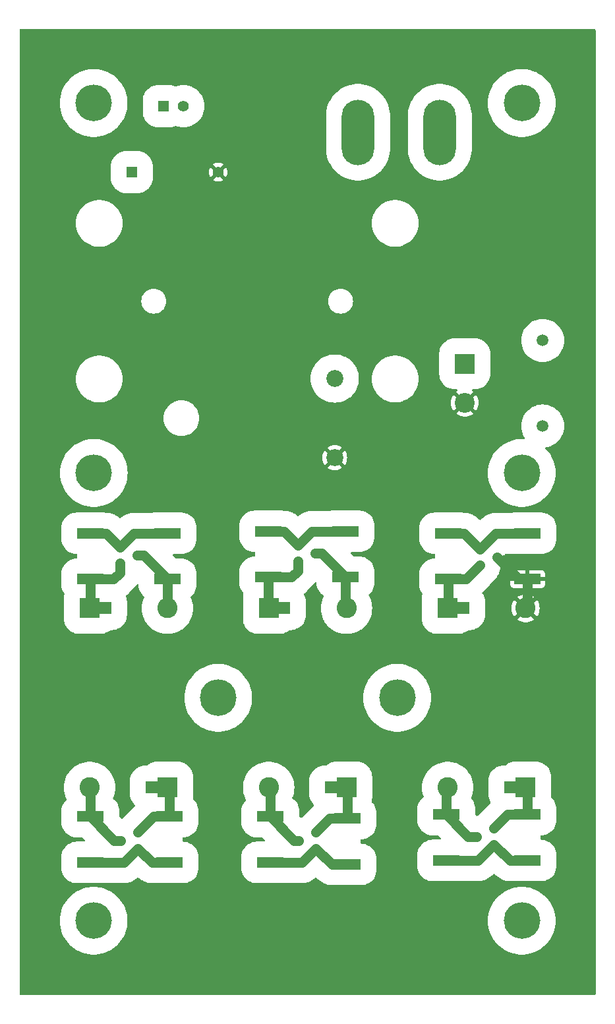
<source format=gbr>
%TF.GenerationSoftware,KiCad,Pcbnew,8.0.8*%
%TF.CreationDate,2025-02-03T14:33:15-05:00*%
%TF.ProjectId,Passive Cap Bank V1,50617373-6976-4652-9043-61702042616e,1.0*%
%TF.SameCoordinates,Original*%
%TF.FileFunction,Copper,L2,Bot*%
%TF.FilePolarity,Positive*%
%FSLAX46Y46*%
G04 Gerber Fmt 4.6, Leading zero omitted, Abs format (unit mm)*
G04 Created by KiCad (PCBNEW 8.0.8) date 2025-02-03 14:33:15*
%MOMM*%
%LPD*%
G01*
G04 APERTURE LIST*
G04 Aperture macros list*
%AMRoundRect*
0 Rectangle with rounded corners*
0 $1 Rounding radius*
0 $2 $3 $4 $5 $6 $7 $8 $9 X,Y pos of 4 corners*
0 Add a 4 corners polygon primitive as box body*
4,1,4,$2,$3,$4,$5,$6,$7,$8,$9,$2,$3,0*
0 Add four circle primitives for the rounded corners*
1,1,$1+$1,$2,$3*
1,1,$1+$1,$4,$5*
1,1,$1+$1,$6,$7*
1,1,$1+$1,$8,$9*
0 Add four rect primitives between the rounded corners*
20,1,$1+$1,$2,$3,$4,$5,0*
20,1,$1+$1,$4,$5,$6,$7,0*
20,1,$1+$1,$6,$7,$8,$9,0*
20,1,$1+$1,$8,$9,$2,$3,0*%
G04 Aperture macros list end*
%TA.AperFunction,WasherPad*%
%ADD10C,4.700000*%
%TD*%
%TA.AperFunction,ComponentPad*%
%ADD11R,2.600200X2.600200*%
%TD*%
%TA.AperFunction,ComponentPad*%
%ADD12R,1.600200X1.600200*%
%TD*%
%TA.AperFunction,ComponentPad*%
%ADD13C,2.600200*%
%TD*%
%TA.AperFunction,ComponentPad*%
%ADD14R,1.397000X1.397000*%
%TD*%
%TA.AperFunction,ComponentPad*%
%ADD15C,1.397000*%
%TD*%
%TA.AperFunction,ComponentPad*%
%ADD16O,4.200000X8.400000*%
%TD*%
%TA.AperFunction,ComponentPad*%
%ADD17C,2.550000*%
%TD*%
%TA.AperFunction,ComponentPad*%
%ADD18R,2.550000X2.550000*%
%TD*%
%TA.AperFunction,ComponentPad*%
%ADD19C,1.508000*%
%TD*%
%TA.AperFunction,SMDPad,CuDef*%
%ADD20RoundRect,0.150000X0.350000X0.150000X-0.350000X0.150000X-0.350000X-0.150000X0.350000X-0.150000X0*%
%TD*%
%TA.AperFunction,SMDPad,CuDef*%
%ADD21RoundRect,0.150000X-0.350000X-0.150000X0.350000X-0.150000X0.350000X0.150000X-0.350000X0.150000X0*%
%TD*%
%TA.AperFunction,SMDPad,CuDef*%
%ADD22R,3.454400X1.320800*%
%TD*%
%TA.AperFunction,SMDPad,CuDef*%
%ADD23R,3.460000X1.330000*%
%TD*%
%TA.AperFunction,ComponentPad*%
%ADD24C,2.184400*%
%TD*%
%TA.AperFunction,Conductor*%
%ADD25C,1.250000*%
%TD*%
G04 APERTURE END LIST*
D10*
%TO.P,REF\u002A\u002A,*%
%TO.N,*%
X60020000Y-60000000D03*
%TD*%
%TO.P,REF\u002A\u002A,*%
%TO.N,*%
X115020000Y-60000000D03*
%TD*%
D11*
%TO.P,C1,1,+*%
%TO.N,V_15*%
X115500000Y-147872041D03*
D12*
X113500000Y-147872041D03*
D13*
%TO.P,C1,2,-*%
%TO.N,Net-(C1--)*%
X105500000Y-147872041D03*
%TD*%
D14*
%TO.P,R14,1*%
%TO.N,Net-(D1-K)*%
X64913630Y-68881500D03*
D15*
%TO.P,R14,2*%
%TO.N,GND*%
X76015970Y-68881500D03*
%TD*%
D11*
%TO.P,C5,1,+*%
%TO.N,Net-(C4--)*%
X82500000Y-124872041D03*
D12*
X84500000Y-124872041D03*
D13*
%TO.P,C5,2,-*%
%TO.N,Net-(C5--)*%
X92500000Y-124872041D03*
%TD*%
D11*
%TO.P,C3,1,+*%
%TO.N,Net-(C2--)*%
X69500000Y-147872041D03*
D12*
X67500000Y-147872041D03*
D13*
%TO.P,C3,2,-*%
%TO.N,Net-(C3--)*%
X59500000Y-147872041D03*
%TD*%
D14*
%TO.P,D1,1,K*%
%TO.N,Net-(D1-K)*%
X69026988Y-60390988D03*
D15*
%TO.P,D1,2,A*%
%TO.N,Net-(D1-A)*%
X71566988Y-60390988D03*
%TD*%
D11*
%TO.P,C2,1,+*%
%TO.N,Net-(C1--)*%
X92500000Y-147872041D03*
D12*
X90500000Y-147872041D03*
D13*
%TO.P,C2,2,-*%
%TO.N,Net-(C2--)*%
X82500000Y-147872041D03*
%TD*%
D11*
%TO.P,C4,1,+*%
%TO.N,Net-(C3--)*%
X59500000Y-124872041D03*
D12*
X61500000Y-124872041D03*
D13*
%TO.P,C4,2,-*%
%TO.N,Net-(C4--)*%
X69500000Y-124872041D03*
%TD*%
D10*
%TO.P,REF\u002A\u002A,*%
%TO.N,*%
X115020000Y-165000000D03*
%TD*%
%TO.P,REF\u002A\u002A,*%
%TO.N,*%
X76020000Y-136372041D03*
%TD*%
D16*
%TO.P,SW1,1,A*%
%TO.N,V_15*%
X104480000Y-63754000D03*
%TO.P,SW1,2,B*%
%TO.N,Net-(D1-A)*%
X93980000Y-63754000D03*
%TD*%
D11*
%TO.P,C6,1,+*%
%TO.N,Net-(C5--)*%
X105500000Y-124872041D03*
D12*
X107500000Y-124872041D03*
D13*
%TO.P,C6,2,-*%
%TO.N,GND*%
X115500000Y-124872041D03*
%TD*%
D17*
%TO.P,J1,N*%
%TO.N,GND*%
X107690000Y-98470000D03*
D18*
%TO.P,J1,P*%
%TO.N,V_15*%
X107690000Y-93470000D03*
D19*
%TO.P,J1,S1*%
%TO.N,N/C*%
X117690000Y-101470000D03*
%TO.P,J1,S2*%
X117690000Y-90470000D03*
%TD*%
D10*
%TO.P,REF\u002A\u002A,*%
%TO.N,*%
X115020000Y-107500000D03*
%TD*%
%TO.P,REF\u002A\u002A,*%
%TO.N,*%
X60040000Y-107500000D03*
%TD*%
%TO.P,REF\u002A\u002A,*%
%TO.N,*%
X60020000Y-165000000D03*
%TD*%
%TO.P,REF\u002A\u002A,*%
%TO.N,*%
X99020000Y-136372041D03*
%TD*%
D20*
%TO.P,Q3,1,C*%
%TO.N,Net-(C2--)*%
X65710600Y-153650241D03*
%TO.P,Q3,2,B*%
%TO.N,Net-(Q3-B)*%
X65710600Y-155710241D03*
%TO.P,Q3,3,E*%
%TO.N,Net-(C3--)*%
X63510600Y-154680241D03*
%TD*%
D21*
%TO.P,Q5,1,C*%
%TO.N,Net-(C4--)*%
X86284600Y-118852241D03*
%TO.P,Q5,2,B*%
%TO.N,Net-(Q5-B)*%
X86284600Y-116792241D03*
%TO.P,Q5,3,E*%
%TO.N,Net-(C5--)*%
X88484600Y-117822241D03*
%TD*%
D22*
%TO.P,R9,1*%
%TO.N,Net-(C4--)*%
X82474600Y-120884241D03*
%TO.P,R9,2*%
%TO.N,Net-(Q5-B)*%
X82474600Y-114991441D03*
%TD*%
%TO.P,R5,1*%
%TO.N,Net-(C2--)*%
X69774600Y-151618241D03*
%TO.P,R5,2*%
%TO.N,Net-(Q3-B)*%
X69774600Y-157511041D03*
%TD*%
%TO.P,R1,1*%
%TO.N,V_15*%
X115748600Y-151364241D03*
%TO.P,R1,2*%
%TO.N,Net-(Q1-B)*%
X115748600Y-157257041D03*
%TD*%
%TO.P,R11,1*%
%TO.N,Net-(C5--)*%
X105588600Y-121138241D03*
%TO.P,R11,2*%
%TO.N,Net-(Q6-B)*%
X105588600Y-115245441D03*
%TD*%
D23*
%TO.P,R10,1*%
%TO.N,Net-(Q5-B)*%
X92380600Y-114996241D03*
%TO.P,R10,2*%
%TO.N,Net-(C5--)*%
X92380600Y-120884241D03*
%TD*%
D21*
%TO.P,Q6,1,C*%
%TO.N,Net-(C5--)*%
X109652600Y-119360241D03*
%TO.P,Q6,2,B*%
%TO.N,Net-(Q6-B)*%
X109652600Y-117300241D03*
%TO.P,Q6,3,E*%
%TO.N,GND*%
X111852600Y-118330241D03*
%TD*%
%TO.P,Q4,1,C*%
%TO.N,Net-(C3--)*%
X63424600Y-119106241D03*
%TO.P,Q4,2,B*%
%TO.N,Net-(Q4-B)*%
X63424600Y-117046241D03*
%TO.P,Q4,3,E*%
%TO.N,Net-(C4--)*%
X65624600Y-118076241D03*
%TD*%
D20*
%TO.P,Q2,1,C*%
%TO.N,Net-(C1--)*%
X88570600Y-153650241D03*
%TO.P,Q2,2,B*%
%TO.N,Net-(Q2-B)*%
X88570600Y-155710241D03*
%TO.P,Q2,3,E*%
%TO.N,Net-(C2--)*%
X86370600Y-154680241D03*
%TD*%
D22*
%TO.P,R3,1*%
%TO.N,Net-(C1--)*%
X92634600Y-151872241D03*
%TO.P,R3,2*%
%TO.N,Net-(Q2-B)*%
X92634600Y-157765041D03*
%TD*%
D23*
%TO.P,R8,1*%
%TO.N,Net-(Q4-B)*%
X69520600Y-115250241D03*
%TO.P,R8,2*%
%TO.N,Net-(C4--)*%
X69520600Y-121138241D03*
%TD*%
D24*
%TO.P,R13,1*%
%TO.N,Net-(D1-A)*%
X90992000Y-95375000D03*
%TO.P,R13,3*%
%TO.N,GND*%
X90992000Y-105535000D03*
%TD*%
D23*
%TO.P,R12,1*%
%TO.N,Net-(Q6-B)*%
X115748600Y-115250241D03*
%TO.P,R12,2*%
%TO.N,GND*%
X115748600Y-121138241D03*
%TD*%
D22*
%TO.P,R7,1*%
%TO.N,Net-(C3--)*%
X59614600Y-121138241D03*
%TO.P,R7,2*%
%TO.N,Net-(Q4-B)*%
X59614600Y-115245441D03*
%TD*%
D23*
%TO.P,R2,1*%
%TO.N,Net-(Q1-B)*%
X105334600Y-157252241D03*
%TO.P,R2,2*%
%TO.N,Net-(C1--)*%
X105334600Y-151364241D03*
%TD*%
%TO.P,R6,1*%
%TO.N,Net-(Q3-B)*%
X59614600Y-157506241D03*
%TO.P,R6,2*%
%TO.N,Net-(C3--)*%
X59614600Y-151618241D03*
%TD*%
%TO.P,R4,1*%
%TO.N,Net-(Q2-B)*%
X82728600Y-157506241D03*
%TO.P,R4,2*%
%TO.N,Net-(C2--)*%
X82728600Y-151618241D03*
%TD*%
D20*
%TO.P,Q1,1,C*%
%TO.N,V_15*%
X111430600Y-153142241D03*
%TO.P,Q1,2,B*%
%TO.N,Net-(Q1-B)*%
X111430600Y-155202241D03*
%TO.P,Q1,3,E*%
%TO.N,Net-(C1--)*%
X109230600Y-154172241D03*
%TD*%
D25*
%TO.N,V_15*%
X113208600Y-151364241D02*
X115748600Y-151364241D01*
X115748600Y-151364241D02*
X115748600Y-148120641D01*
X111430600Y-153142241D02*
X113208600Y-151364241D01*
X115748600Y-148120641D02*
X115500000Y-147872041D01*
%TO.N,Net-(C1--)*%
X105334600Y-148037441D02*
X105500000Y-147872041D01*
X92634600Y-148006641D02*
X92500000Y-147872041D01*
X90348600Y-151872241D02*
X92634600Y-151872241D01*
X105334600Y-151364241D02*
X105334600Y-148037441D01*
X108142600Y-154172241D02*
X105334600Y-151364241D01*
X109230600Y-154172241D02*
X108142600Y-154172241D01*
X88570600Y-153650241D02*
X90348600Y-151872241D01*
X92634600Y-151872241D02*
X92634600Y-148006641D01*
%TO.N,Net-(C2--)*%
X85790600Y-154680241D02*
X82728600Y-151618241D01*
X69774600Y-151618241D02*
X69774600Y-148146641D01*
X69774600Y-148146641D02*
X69500000Y-147872041D01*
X82728600Y-148100641D02*
X82500000Y-147872041D01*
X86370600Y-154680241D02*
X85790600Y-154680241D01*
X69774600Y-151618241D02*
X67742600Y-151618241D01*
X67742600Y-151618241D02*
X65710600Y-153650241D01*
X82728600Y-151618241D02*
X82728600Y-148100641D01*
%TO.N,Net-(C3--)*%
X59614600Y-121138241D02*
X59614600Y-124757441D01*
X63510600Y-154680241D02*
X62676600Y-154680241D01*
X59614600Y-121138241D02*
X62591800Y-121138241D01*
X62591800Y-121138241D02*
X63424600Y-120305441D01*
X59614600Y-124757441D02*
X59500000Y-124872041D01*
X59614600Y-147986641D02*
X59500000Y-147872041D01*
X59614600Y-151618241D02*
X59614600Y-147986641D01*
X63424600Y-120305441D02*
X63424600Y-119106241D01*
X62676600Y-154680241D02*
X59614600Y-151618241D01*
%TO.N,Net-(C4--)*%
X85451800Y-120884241D02*
X86284600Y-120051441D01*
X82474600Y-120884241D02*
X85451800Y-120884241D01*
X65624600Y-118076241D02*
X66458600Y-118076241D01*
X69520600Y-124851441D02*
X69500000Y-124872041D01*
X82474600Y-120884241D02*
X82474600Y-124846641D01*
X69520600Y-121138241D02*
X69520600Y-124851441D01*
X86284600Y-120051441D02*
X86284600Y-118852241D01*
X82474600Y-124846641D02*
X82500000Y-124872041D01*
X66458600Y-118076241D02*
X69520600Y-121138241D01*
%TO.N,Net-(C5--)*%
X107874600Y-121138241D02*
X109652600Y-119360241D01*
X92380600Y-120884241D02*
X92380600Y-124752641D01*
X89318600Y-117822241D02*
X92380600Y-120884241D01*
X105588600Y-124783441D02*
X105500000Y-124872041D01*
X88484600Y-117822241D02*
X89318600Y-117822241D01*
X105588600Y-121138241D02*
X105588600Y-124783441D01*
X105588600Y-121138241D02*
X107874600Y-121138241D01*
X92380600Y-124752641D02*
X92500000Y-124872041D01*
%TO.N,GND*%
X115748600Y-121138241D02*
X115748600Y-124623441D01*
X115748600Y-124623441D02*
X115500000Y-124872041D01*
X114660600Y-121138241D02*
X111852600Y-118330241D01*
X115748600Y-121138241D02*
X114660600Y-121138241D01*
%TO.N,Net-(Q1-B)*%
X105334600Y-157252241D02*
X109380600Y-157252241D01*
X115748600Y-157257041D02*
X113485400Y-157257041D01*
X113485400Y-157257041D02*
X111430600Y-155202241D01*
X109380600Y-157252241D02*
X111430600Y-155202241D01*
%TO.N,Net-(Q2-B)*%
X88570600Y-155710241D02*
X86774600Y-157506241D01*
X92634600Y-157765041D02*
X90625400Y-157765041D01*
X90625400Y-157765041D02*
X88570600Y-155710241D01*
X86774600Y-157506241D02*
X82728600Y-157506241D01*
%TO.N,Net-(Q3-B)*%
X69774600Y-157511041D02*
X67511400Y-157511041D01*
X67511400Y-157511041D02*
X65710600Y-155710241D01*
X59614600Y-157506241D02*
X63914600Y-157506241D01*
X63914600Y-157506241D02*
X65710600Y-155710241D01*
%TO.N,Net-(Q4-B)*%
X61623800Y-115245441D02*
X63424600Y-117046241D01*
X59614600Y-115245441D02*
X61623800Y-115245441D01*
X65220600Y-115250241D02*
X69520600Y-115250241D01*
X63424600Y-117046241D02*
X65220600Y-115250241D01*
%TO.N,Net-(Q5-B)*%
X84483800Y-114991441D02*
X82474600Y-114991441D01*
X86284600Y-116792241D02*
X84483800Y-114991441D01*
X88080600Y-114996241D02*
X92380600Y-114996241D01*
X86284600Y-116792241D02*
X88080600Y-114996241D01*
%TO.N,Net-(Q6-B)*%
X107597800Y-115245441D02*
X109652600Y-117300241D01*
X105588600Y-115245441D02*
X107597800Y-115245441D01*
X115748600Y-115250241D02*
X111702600Y-115250241D01*
X111702600Y-115250241D02*
X109652600Y-117300241D01*
%TD*%
%TA.AperFunction,Conductor*%
%TO.N,GND*%
G36*
X124442539Y-50520185D02*
G01*
X124488294Y-50572989D01*
X124499500Y-50624500D01*
X124499500Y-174375500D01*
X124479815Y-174442539D01*
X124427011Y-174488294D01*
X124375500Y-174499500D01*
X50624500Y-174499500D01*
X50557461Y-174479815D01*
X50511706Y-174427011D01*
X50500500Y-174375500D01*
X50500500Y-165000000D01*
X55664567Y-165000000D01*
X55684289Y-165414014D01*
X55743275Y-165824272D01*
X55840993Y-166227068D01*
X55840996Y-166227079D01*
X55976550Y-166618735D01*
X55976560Y-166618760D01*
X56148739Y-166995779D01*
X56355980Y-167354730D01*
X56355986Y-167354739D01*
X56596397Y-167692349D01*
X56596398Y-167692350D01*
X56867825Y-168005593D01*
X57167798Y-168291617D01*
X57493601Y-168547831D01*
X57842284Y-168771916D01*
X58210688Y-168961841D01*
X58210693Y-168961843D01*
X58210697Y-168961845D01*
X58466848Y-169064392D01*
X58595477Y-169115888D01*
X58993168Y-169232660D01*
X59400157Y-169311101D01*
X59812760Y-169350500D01*
X59812766Y-169350500D01*
X60227234Y-169350500D01*
X60227240Y-169350500D01*
X60639843Y-169311101D01*
X61046832Y-169232660D01*
X61444523Y-169115888D01*
X61829312Y-168961841D01*
X62197717Y-168771916D01*
X62333149Y-168684878D01*
X62546380Y-168547844D01*
X62546388Y-168547838D01*
X62546399Y-168547831D01*
X62872202Y-168291617D01*
X63172175Y-168005593D01*
X63443602Y-167692350D01*
X63684023Y-167354725D01*
X63891263Y-166995775D01*
X64063444Y-166618751D01*
X64199007Y-166227067D01*
X64296725Y-165824271D01*
X64355711Y-165414010D01*
X64375433Y-165000000D01*
X110664567Y-165000000D01*
X110684289Y-165414014D01*
X110743275Y-165824272D01*
X110840993Y-166227068D01*
X110840996Y-166227079D01*
X110976550Y-166618735D01*
X110976560Y-166618760D01*
X111148739Y-166995779D01*
X111355980Y-167354730D01*
X111355986Y-167354739D01*
X111596397Y-167692349D01*
X111596398Y-167692350D01*
X111867825Y-168005593D01*
X112167798Y-168291617D01*
X112493601Y-168547831D01*
X112842284Y-168771916D01*
X113210688Y-168961841D01*
X113210693Y-168961843D01*
X113210697Y-168961845D01*
X113466848Y-169064392D01*
X113595477Y-169115888D01*
X113993168Y-169232660D01*
X114400157Y-169311101D01*
X114812760Y-169350500D01*
X114812766Y-169350500D01*
X115227234Y-169350500D01*
X115227240Y-169350500D01*
X115639843Y-169311101D01*
X116046832Y-169232660D01*
X116444523Y-169115888D01*
X116829312Y-168961841D01*
X117197717Y-168771916D01*
X117333149Y-168684878D01*
X117546380Y-168547844D01*
X117546388Y-168547838D01*
X117546399Y-168547831D01*
X117872202Y-168291617D01*
X118172175Y-168005593D01*
X118443602Y-167692350D01*
X118684023Y-167354725D01*
X118891263Y-166995775D01*
X119063444Y-166618751D01*
X119199007Y-166227067D01*
X119296725Y-165824271D01*
X119355711Y-165414010D01*
X119375433Y-165000000D01*
X119355711Y-164585990D01*
X119296725Y-164175729D01*
X119199007Y-163772933D01*
X119063444Y-163381249D01*
X118891263Y-163004225D01*
X118684023Y-162645275D01*
X118684019Y-162645269D01*
X118684013Y-162645260D01*
X118443602Y-162307650D01*
X118172177Y-161994409D01*
X117872211Y-161708392D01*
X117872202Y-161708383D01*
X117546399Y-161452169D01*
X117546392Y-161452164D01*
X117546380Y-161452155D01*
X117197724Y-161228088D01*
X117197717Y-161228084D01*
X116829302Y-161038154D01*
X116444524Y-160884112D01*
X116444512Y-160884108D01*
X116046837Y-160767341D01*
X116046820Y-160767337D01*
X115639858Y-160688901D01*
X115639846Y-160688899D01*
X115502308Y-160675766D01*
X115227240Y-160649500D01*
X114812760Y-160649500D01*
X114565198Y-160673139D01*
X114400153Y-160688899D01*
X114400141Y-160688901D01*
X113993179Y-160767337D01*
X113993162Y-160767341D01*
X113595487Y-160884108D01*
X113595475Y-160884112D01*
X113210697Y-161038154D01*
X112842287Y-161228082D01*
X112493612Y-161452161D01*
X112493605Y-161452166D01*
X112493601Y-161452169D01*
X112346114Y-161568153D01*
X112167797Y-161708383D01*
X112167788Y-161708392D01*
X111867822Y-161994409D01*
X111596397Y-162307650D01*
X111355986Y-162645260D01*
X111355980Y-162645269D01*
X111148739Y-163004220D01*
X110976560Y-163381239D01*
X110976550Y-163381264D01*
X110840996Y-163772920D01*
X110840993Y-163772931D01*
X110743275Y-164175727D01*
X110684289Y-164585985D01*
X110664567Y-165000000D01*
X64375433Y-165000000D01*
X64355711Y-164585990D01*
X64296725Y-164175729D01*
X64199007Y-163772933D01*
X64063444Y-163381249D01*
X63891263Y-163004225D01*
X63684023Y-162645275D01*
X63684019Y-162645269D01*
X63684013Y-162645260D01*
X63443602Y-162307650D01*
X63172177Y-161994409D01*
X62872211Y-161708392D01*
X62872202Y-161708383D01*
X62546399Y-161452169D01*
X62546392Y-161452164D01*
X62546380Y-161452155D01*
X62197724Y-161228088D01*
X62197717Y-161228084D01*
X61829302Y-161038154D01*
X61444524Y-160884112D01*
X61444512Y-160884108D01*
X61046837Y-160767341D01*
X61046820Y-160767337D01*
X60639858Y-160688901D01*
X60639846Y-160688899D01*
X60502308Y-160675766D01*
X60227240Y-160649500D01*
X59812760Y-160649500D01*
X59565198Y-160673139D01*
X59400153Y-160688899D01*
X59400141Y-160688901D01*
X58993179Y-160767337D01*
X58993162Y-160767341D01*
X58595487Y-160884108D01*
X58595475Y-160884112D01*
X58210697Y-161038154D01*
X57842287Y-161228082D01*
X57493612Y-161452161D01*
X57493605Y-161452166D01*
X57493601Y-161452169D01*
X57346114Y-161568153D01*
X57167797Y-161708383D01*
X57167788Y-161708392D01*
X56867822Y-161994409D01*
X56596397Y-162307650D01*
X56355986Y-162645260D01*
X56355980Y-162645269D01*
X56148739Y-163004220D01*
X55976560Y-163381239D01*
X55976550Y-163381264D01*
X55840996Y-163772920D01*
X55840993Y-163772931D01*
X55743275Y-164175727D01*
X55684289Y-164585985D01*
X55664567Y-165000000D01*
X50500500Y-165000000D01*
X50500500Y-150881790D01*
X55884100Y-150881790D01*
X55884100Y-152354691D01*
X55899404Y-152568674D01*
X55960228Y-152848278D01*
X55960230Y-152848284D01*
X55960231Y-152848287D01*
X56059172Y-153113558D01*
X56060235Y-153116407D01*
X56197370Y-153367550D01*
X56197375Y-153367558D01*
X56368854Y-153596628D01*
X56368870Y-153596646D01*
X56571194Y-153798970D01*
X56571212Y-153798986D01*
X56800282Y-153970465D01*
X56800290Y-153970470D01*
X57051433Y-154107605D01*
X57051432Y-154107605D01*
X57051436Y-154107606D01*
X57051439Y-154107608D01*
X57319554Y-154207610D01*
X57319560Y-154207611D01*
X57319562Y-154207612D01*
X57599166Y-154268436D01*
X57599168Y-154268436D01*
X57599172Y-154268437D01*
X57813152Y-154283741D01*
X58515721Y-154283741D01*
X58582760Y-154303426D01*
X58603402Y-154320060D01*
X58912402Y-154629060D01*
X58945887Y-154690383D01*
X58940903Y-154760075D01*
X58899031Y-154816008D01*
X58833567Y-154840425D01*
X58824721Y-154840741D01*
X57813149Y-154840741D01*
X57599166Y-154856045D01*
X57319562Y-154916869D01*
X57051433Y-155016876D01*
X56800290Y-155154011D01*
X56800282Y-155154016D01*
X56571212Y-155325495D01*
X56571194Y-155325511D01*
X56368870Y-155527835D01*
X56368854Y-155527853D01*
X56197375Y-155756923D01*
X56197370Y-155756931D01*
X56060235Y-156008074D01*
X55960228Y-156276203D01*
X55899404Y-156555807D01*
X55884100Y-156769790D01*
X55884100Y-158242691D01*
X55899404Y-158456674D01*
X55960228Y-158736278D01*
X55960230Y-158736284D01*
X55960231Y-158736287D01*
X56059172Y-159001558D01*
X56060235Y-159004407D01*
X56197370Y-159255550D01*
X56197375Y-159255558D01*
X56368854Y-159484628D01*
X56368870Y-159484646D01*
X56571194Y-159686970D01*
X56571212Y-159686986D01*
X56800282Y-159858465D01*
X56800290Y-159858470D01*
X57051433Y-159995605D01*
X57051432Y-159995605D01*
X57051436Y-159995606D01*
X57051439Y-159995608D01*
X57319554Y-160095610D01*
X57319560Y-160095611D01*
X57319562Y-160095612D01*
X57599166Y-160156436D01*
X57599168Y-160156436D01*
X57599172Y-160156437D01*
X57813152Y-160171741D01*
X61416048Y-160171741D01*
X61630028Y-160156437D01*
X61730526Y-160134574D01*
X61756885Y-160131741D01*
X64062048Y-160131741D01*
X64062049Y-160131740D01*
X64231333Y-160112667D01*
X64355066Y-160098726D01*
X64355071Y-160098725D01*
X64355081Y-160098724D01*
X64642577Y-160033105D01*
X64920919Y-159935709D01*
X65186605Y-159807761D01*
X65436295Y-159650870D01*
X65632679Y-159494258D01*
X65697364Y-159467852D01*
X65766059Y-159480608D01*
X65787303Y-159494260D01*
X65806734Y-159509756D01*
X65816182Y-159517290D01*
X65989705Y-159655671D01*
X66186150Y-159779105D01*
X66239395Y-159812561D01*
X66505081Y-159940509D01*
X66662545Y-159995608D01*
X66783411Y-160037901D01*
X66783423Y-160037905D01*
X67070919Y-160103524D01*
X67070925Y-160103524D01*
X67070933Y-160103526D01*
X67266276Y-160125535D01*
X67363949Y-160136540D01*
X67363952Y-160136541D01*
X67363955Y-160136541D01*
X67363956Y-160136541D01*
X67656261Y-160136541D01*
X67682619Y-160139374D01*
X67761967Y-160156636D01*
X67761968Y-160156636D01*
X67761972Y-160156637D01*
X67975952Y-160171941D01*
X71573248Y-160171941D01*
X71787228Y-160156637D01*
X71788148Y-160156437D01*
X72066837Y-160095812D01*
X72066837Y-160095811D01*
X72066846Y-160095810D01*
X72334961Y-159995808D01*
X72586115Y-159858667D01*
X72815195Y-159687180D01*
X73017539Y-159484836D01*
X73189026Y-159255756D01*
X73326167Y-159004602D01*
X73426169Y-158736487D01*
X73426213Y-158736287D01*
X73486995Y-158456874D01*
X73486995Y-158456873D01*
X73486996Y-158456869D01*
X73502300Y-158242889D01*
X73502300Y-156779193D01*
X73486996Y-156565213D01*
X73478290Y-156525193D01*
X73426171Y-156285603D01*
X73426170Y-156285601D01*
X73426169Y-156285595D01*
X73326167Y-156017480D01*
X73202633Y-155791246D01*
X73189029Y-155766331D01*
X73189024Y-155766323D01*
X73017545Y-155537253D01*
X73017529Y-155537235D01*
X72815205Y-155334911D01*
X72815187Y-155334895D01*
X72586117Y-155163416D01*
X72586109Y-155163411D01*
X72334966Y-155026276D01*
X72334967Y-155026276D01*
X72211274Y-154980141D01*
X72066846Y-154926272D01*
X72066843Y-154926271D01*
X72066837Y-154926269D01*
X71787233Y-154865445D01*
X71573250Y-154850141D01*
X71571036Y-154850062D01*
X71571074Y-154848988D01*
X71507961Y-154830456D01*
X71462206Y-154777652D01*
X71451000Y-154726141D01*
X71451000Y-154403141D01*
X71470685Y-154336102D01*
X71523489Y-154290347D01*
X71571063Y-154279997D01*
X71571036Y-154279220D01*
X71573222Y-154279141D01*
X71573248Y-154279141D01*
X71787228Y-154263837D01*
X71989356Y-154219867D01*
X72066837Y-154203012D01*
X72066837Y-154203011D01*
X72066846Y-154203010D01*
X72334961Y-154103008D01*
X72586115Y-153965867D01*
X72815195Y-153794380D01*
X73017539Y-153592036D01*
X73189026Y-153362956D01*
X73326167Y-153111802D01*
X73426169Y-152843687D01*
X73478290Y-152604089D01*
X73486995Y-152564074D01*
X73486995Y-152564073D01*
X73486996Y-152564069D01*
X73502300Y-152350089D01*
X73502300Y-150886393D01*
X73501971Y-150881790D01*
X78998100Y-150881790D01*
X78998100Y-152354691D01*
X79013404Y-152568674D01*
X79074228Y-152848278D01*
X79074230Y-152848284D01*
X79074231Y-152848287D01*
X79173172Y-153113558D01*
X79174235Y-153116407D01*
X79311370Y-153367550D01*
X79311375Y-153367558D01*
X79482854Y-153596628D01*
X79482870Y-153596646D01*
X79685194Y-153798970D01*
X79685212Y-153798986D01*
X79914282Y-153970465D01*
X79914290Y-153970470D01*
X80165433Y-154107605D01*
X80165432Y-154107605D01*
X80165436Y-154107606D01*
X80165439Y-154107608D01*
X80433554Y-154207610D01*
X80433560Y-154207611D01*
X80433562Y-154207612D01*
X80713166Y-154268436D01*
X80713168Y-154268436D01*
X80713172Y-154268437D01*
X80927152Y-154283741D01*
X81629721Y-154283741D01*
X81696760Y-154303426D01*
X81717402Y-154320060D01*
X82026402Y-154629060D01*
X82059887Y-154690383D01*
X82054903Y-154760075D01*
X82013031Y-154816008D01*
X81947567Y-154840425D01*
X81938721Y-154840741D01*
X80927149Y-154840741D01*
X80713166Y-154856045D01*
X80433562Y-154916869D01*
X80165433Y-155016876D01*
X79914290Y-155154011D01*
X79914282Y-155154016D01*
X79685212Y-155325495D01*
X79685194Y-155325511D01*
X79482870Y-155527835D01*
X79482854Y-155527853D01*
X79311375Y-155756923D01*
X79311370Y-155756931D01*
X79174235Y-156008074D01*
X79074228Y-156276203D01*
X79013404Y-156555807D01*
X78998100Y-156769790D01*
X78998100Y-158242691D01*
X79013404Y-158456674D01*
X79074228Y-158736278D01*
X79074230Y-158736284D01*
X79074231Y-158736287D01*
X79173172Y-159001558D01*
X79174235Y-159004407D01*
X79311370Y-159255550D01*
X79311375Y-159255558D01*
X79482854Y-159484628D01*
X79482870Y-159484646D01*
X79685194Y-159686970D01*
X79685212Y-159686986D01*
X79914282Y-159858465D01*
X79914290Y-159858470D01*
X80165433Y-159995605D01*
X80165432Y-159995605D01*
X80165436Y-159995606D01*
X80165439Y-159995608D01*
X80433554Y-160095610D01*
X80433560Y-160095611D01*
X80433562Y-160095612D01*
X80713166Y-160156436D01*
X80713168Y-160156436D01*
X80713172Y-160156437D01*
X80927152Y-160171741D01*
X84530048Y-160171741D01*
X84744028Y-160156437D01*
X84844526Y-160134574D01*
X84870885Y-160131741D01*
X86922048Y-160131741D01*
X86922049Y-160131740D01*
X87091333Y-160112667D01*
X87215066Y-160098726D01*
X87215071Y-160098725D01*
X87215081Y-160098724D01*
X87502577Y-160033105D01*
X87780919Y-159935709D01*
X88046605Y-159807761D01*
X88296295Y-159650870D01*
X88488893Y-159497278D01*
X88553579Y-159470870D01*
X88622274Y-159483627D01*
X88653886Y-159506545D01*
X88664631Y-159517290D01*
X88664632Y-159517291D01*
X88873150Y-159725809D01*
X89103705Y-159909670D01*
X89353395Y-160066561D01*
X89619081Y-160194509D01*
X89777117Y-160249808D01*
X89897423Y-160291905D01*
X90184919Y-160357524D01*
X90184925Y-160357524D01*
X90184933Y-160357526D01*
X90380276Y-160379535D01*
X90477949Y-160390540D01*
X90477952Y-160390541D01*
X90477955Y-160390541D01*
X90516261Y-160390541D01*
X90542619Y-160393374D01*
X90621967Y-160410636D01*
X90621968Y-160410636D01*
X90621972Y-160410637D01*
X90835952Y-160425941D01*
X94433248Y-160425941D01*
X94647228Y-160410637D01*
X94726581Y-160393375D01*
X94926837Y-160349812D01*
X94926837Y-160349811D01*
X94926846Y-160349810D01*
X95194961Y-160249808D01*
X95446115Y-160112667D01*
X95675195Y-159941180D01*
X95877539Y-159738836D01*
X96049026Y-159509756D01*
X96186167Y-159258602D01*
X96286169Y-158990487D01*
X96346996Y-158710869D01*
X96362300Y-158496889D01*
X96362300Y-157033193D01*
X96346996Y-156819213D01*
X96338290Y-156779193D01*
X96286171Y-156539603D01*
X96286170Y-156539601D01*
X96286169Y-156539595D01*
X96186167Y-156271480D01*
X96055179Y-156031595D01*
X96049029Y-156020331D01*
X96049024Y-156020323D01*
X95877545Y-155791253D01*
X95877529Y-155791235D01*
X95675205Y-155588911D01*
X95675187Y-155588895D01*
X95446117Y-155417416D01*
X95446109Y-155417411D01*
X95194966Y-155280276D01*
X95194967Y-155280276D01*
X95087715Y-155240273D01*
X94926846Y-155180272D01*
X94926843Y-155180271D01*
X94926837Y-155180269D01*
X94647233Y-155119445D01*
X94433250Y-155104141D01*
X94431036Y-155104062D01*
X94431074Y-155102988D01*
X94367961Y-155084456D01*
X94322206Y-155031652D01*
X94311000Y-154980141D01*
X94311000Y-154657141D01*
X94330685Y-154590102D01*
X94383489Y-154544347D01*
X94431063Y-154533997D01*
X94431036Y-154533220D01*
X94433222Y-154533141D01*
X94433248Y-154533141D01*
X94647228Y-154517837D01*
X94701298Y-154506075D01*
X94926837Y-154457012D01*
X94926837Y-154457011D01*
X94926846Y-154457010D01*
X95194961Y-154357008D01*
X95446115Y-154219867D01*
X95675195Y-154048380D01*
X95877539Y-153846036D01*
X96049026Y-153616956D01*
X96186167Y-153365802D01*
X96286169Y-153097687D01*
X96338353Y-152857802D01*
X96346995Y-152818074D01*
X96346995Y-152818073D01*
X96346996Y-152818069D01*
X96362300Y-152604089D01*
X96362300Y-151140393D01*
X96346996Y-150926413D01*
X96338290Y-150886393D01*
X96286171Y-150646803D01*
X96286170Y-150646801D01*
X96286169Y-150646795D01*
X96279080Y-150627790D01*
X101604100Y-150627790D01*
X101604100Y-152100691D01*
X101619404Y-152314674D01*
X101680228Y-152594278D01*
X101680230Y-152594284D01*
X101680231Y-152594287D01*
X101778517Y-152857802D01*
X101780235Y-152862407D01*
X101917370Y-153113550D01*
X101917375Y-153113558D01*
X102088854Y-153342628D01*
X102088870Y-153342646D01*
X102291194Y-153544970D01*
X102291212Y-153544986D01*
X102520282Y-153716465D01*
X102520290Y-153716470D01*
X102771433Y-153853605D01*
X102771432Y-153853605D01*
X102771436Y-153853606D01*
X102771439Y-153853608D01*
X103039554Y-153953610D01*
X103039560Y-153953611D01*
X103039562Y-153953612D01*
X103319166Y-154014436D01*
X103319168Y-154014436D01*
X103319172Y-154014437D01*
X103533152Y-154029741D01*
X104235721Y-154029741D01*
X104302760Y-154049426D01*
X104323402Y-154066060D01*
X104632402Y-154375060D01*
X104665887Y-154436383D01*
X104660903Y-154506075D01*
X104619031Y-154562008D01*
X104553567Y-154586425D01*
X104544721Y-154586741D01*
X103533149Y-154586741D01*
X103319166Y-154602045D01*
X103039562Y-154662869D01*
X102771433Y-154762876D01*
X102520290Y-154900011D01*
X102520282Y-154900016D01*
X102291212Y-155071495D01*
X102291194Y-155071511D01*
X102088870Y-155273835D01*
X102088854Y-155273853D01*
X101917375Y-155502923D01*
X101917370Y-155502931D01*
X101780235Y-155754074D01*
X101680228Y-156022203D01*
X101619404Y-156301807D01*
X101604100Y-156515790D01*
X101604100Y-157988691D01*
X101619404Y-158202674D01*
X101680228Y-158482278D01*
X101680230Y-158482284D01*
X101680231Y-158482287D01*
X101775040Y-158736478D01*
X101780235Y-158750407D01*
X101917370Y-159001550D01*
X101917375Y-159001558D01*
X102088854Y-159230628D01*
X102088870Y-159230646D01*
X102291194Y-159432970D01*
X102291212Y-159432986D01*
X102520282Y-159604465D01*
X102520290Y-159604470D01*
X102771433Y-159741605D01*
X102771432Y-159741605D01*
X102771436Y-159741606D01*
X102771439Y-159741608D01*
X103039554Y-159841610D01*
X103039560Y-159841611D01*
X103039562Y-159841612D01*
X103319166Y-159902436D01*
X103319168Y-159902436D01*
X103319172Y-159902437D01*
X103533152Y-159917741D01*
X107136048Y-159917741D01*
X107350028Y-159902437D01*
X107450526Y-159880574D01*
X107476885Y-159877741D01*
X109528048Y-159877741D01*
X109528049Y-159877740D01*
X109697333Y-159858667D01*
X109821066Y-159844726D01*
X109821071Y-159844725D01*
X109821081Y-159844724D01*
X110108577Y-159779105D01*
X110386919Y-159681709D01*
X110652605Y-159553761D01*
X110902295Y-159396870D01*
X111132850Y-159213009D01*
X111341368Y-159004491D01*
X111341368Y-159004490D01*
X111342919Y-159002940D01*
X111404242Y-158969455D01*
X111473934Y-158974439D01*
X111518281Y-159002940D01*
X111524631Y-159009290D01*
X111524632Y-159009291D01*
X111733150Y-159217809D01*
X111963705Y-159401670D01*
X112213395Y-159558561D01*
X112479081Y-159686509D01*
X112551785Y-159711949D01*
X112636543Y-159741608D01*
X112636544Y-159741608D01*
X112701607Y-159764374D01*
X112757423Y-159783905D01*
X113044919Y-159849524D01*
X113044925Y-159849524D01*
X113044933Y-159849526D01*
X113240276Y-159871535D01*
X113337949Y-159882540D01*
X113337952Y-159882541D01*
X113337955Y-159882541D01*
X113630261Y-159882541D01*
X113656619Y-159885374D01*
X113735967Y-159902636D01*
X113735968Y-159902636D01*
X113735972Y-159902637D01*
X113949952Y-159917941D01*
X117547248Y-159917941D01*
X117761228Y-159902637D01*
X117762148Y-159902437D01*
X118040837Y-159841812D01*
X118040837Y-159841811D01*
X118040846Y-159841810D01*
X118308961Y-159741808D01*
X118560115Y-159604667D01*
X118789195Y-159433180D01*
X118991539Y-159230836D01*
X119163026Y-159001756D01*
X119300167Y-158750602D01*
X119400169Y-158482487D01*
X119400213Y-158482287D01*
X119460995Y-158202874D01*
X119460995Y-158202873D01*
X119460996Y-158202869D01*
X119476300Y-157988889D01*
X119476300Y-156525193D01*
X119460996Y-156311213D01*
X119453378Y-156276195D01*
X119400171Y-156031603D01*
X119400170Y-156031601D01*
X119400169Y-156031595D01*
X119300167Y-155763480D01*
X119296588Y-155756926D01*
X119163029Y-155512331D01*
X119163024Y-155512323D01*
X118991545Y-155283253D01*
X118991529Y-155283235D01*
X118789205Y-155080911D01*
X118789187Y-155080895D01*
X118560117Y-154909416D01*
X118560109Y-154909411D01*
X118308966Y-154772276D01*
X118308967Y-154772276D01*
X118089403Y-154690383D01*
X118040846Y-154672272D01*
X118040843Y-154672271D01*
X118040837Y-154672269D01*
X117761233Y-154611445D01*
X117547250Y-154596141D01*
X117545036Y-154596062D01*
X117545074Y-154594988D01*
X117481961Y-154576456D01*
X117436206Y-154523652D01*
X117425000Y-154472141D01*
X117425000Y-154149141D01*
X117444685Y-154082102D01*
X117497489Y-154036347D01*
X117545063Y-154025997D01*
X117545036Y-154025220D01*
X117547222Y-154025141D01*
X117547248Y-154025141D01*
X117761228Y-154009837D01*
X117942210Y-153970467D01*
X118040837Y-153949012D01*
X118040837Y-153949011D01*
X118040846Y-153949010D01*
X118308961Y-153849008D01*
X118560115Y-153711867D01*
X118789195Y-153540380D01*
X118991539Y-153338036D01*
X119163026Y-153108956D01*
X119300167Y-152857802D01*
X119400169Y-152589687D01*
X119460996Y-152310069D01*
X119476300Y-152096089D01*
X119476300Y-150632393D01*
X119460996Y-150418413D01*
X119459995Y-150413813D01*
X119400171Y-150138803D01*
X119400170Y-150138801D01*
X119400169Y-150138795D01*
X119300167Y-149870680D01*
X119299209Y-149868926D01*
X119163029Y-149619531D01*
X119163024Y-149619523D01*
X118991545Y-149390453D01*
X118991529Y-149390435D01*
X118836919Y-149235825D01*
X118803434Y-149174502D01*
X118800600Y-149148144D01*
X118800600Y-146500493D01*
X118785296Y-146286513D01*
X118774912Y-146238780D01*
X118724471Y-146006903D01*
X118724470Y-146006901D01*
X118724469Y-146006895D01*
X118624467Y-145738780D01*
X118524776Y-145556211D01*
X118487329Y-145487631D01*
X118487324Y-145487623D01*
X118315845Y-145258553D01*
X118315829Y-145258535D01*
X118113505Y-145056211D01*
X118113487Y-145056195D01*
X117884417Y-144884716D01*
X117884409Y-144884711D01*
X117633266Y-144747576D01*
X117633267Y-144747576D01*
X117526015Y-144707573D01*
X117365146Y-144647572D01*
X117365143Y-144647571D01*
X117365137Y-144647569D01*
X117085533Y-144586745D01*
X116871550Y-144571441D01*
X116871548Y-144571441D01*
X114128452Y-144571441D01*
X114128449Y-144571441D01*
X113914466Y-144586745D01*
X113634862Y-144647569D01*
X113366733Y-144747576D01*
X113115590Y-144884711D01*
X113115582Y-144884716D01*
X112899187Y-145046708D01*
X112833723Y-145071125D01*
X112824877Y-145071441D01*
X112628449Y-145071441D01*
X112414466Y-145086745D01*
X112134862Y-145147569D01*
X111866733Y-145247576D01*
X111615590Y-145384711D01*
X111615582Y-145384716D01*
X111386512Y-145556195D01*
X111386494Y-145556211D01*
X111184170Y-145758535D01*
X111184154Y-145758553D01*
X111012675Y-145987623D01*
X111012670Y-145987631D01*
X110875535Y-146238774D01*
X110775528Y-146506903D01*
X110714704Y-146786507D01*
X110699400Y-147000490D01*
X110699400Y-148743591D01*
X110714704Y-148957574D01*
X110775528Y-149237178D01*
X110775530Y-149237184D01*
X110775531Y-149237187D01*
X110797754Y-149296769D01*
X110875535Y-149505308D01*
X111000218Y-149733647D01*
X111015070Y-149801920D01*
X110990653Y-149867385D01*
X110979067Y-149880755D01*
X109469829Y-151389994D01*
X109469825Y-151389998D01*
X109382061Y-151500053D01*
X109324873Y-151540194D01*
X109285114Y-151546741D01*
X109281479Y-151546741D01*
X109214440Y-151527056D01*
X109193798Y-151510422D01*
X109101419Y-151418043D01*
X109067934Y-151356720D01*
X109065100Y-151330362D01*
X109065100Y-150627793D01*
X109049796Y-150413813D01*
X109042153Y-150378680D01*
X108988971Y-150134203D01*
X108988970Y-150134201D01*
X108988969Y-150134195D01*
X108888967Y-149866080D01*
X108829104Y-149756450D01*
X108751829Y-149614931D01*
X108751824Y-149614923D01*
X108580345Y-149385853D01*
X108580329Y-149385835D01*
X108544715Y-149350221D01*
X108511230Y-149288898D01*
X108516214Y-149219206D01*
X108517203Y-149216643D01*
X108530409Y-149183498D01*
X108632418Y-148927476D01*
X108728168Y-148582615D01*
X108786071Y-148229423D01*
X108805448Y-147872041D01*
X108786071Y-147514659D01*
X108728168Y-147161467D01*
X108632418Y-146816606D01*
X108499943Y-146484119D01*
X108332297Y-146167905D01*
X108332293Y-146167899D01*
X108332292Y-146167896D01*
X108131445Y-145871670D01*
X108131437Y-145871660D01*
X107899740Y-145598886D01*
X107639902Y-145352754D01*
X107639895Y-145352748D01*
X107639892Y-145352746D01*
X107515983Y-145258553D01*
X107354975Y-145136158D01*
X107354969Y-145136154D01*
X107354954Y-145136144D01*
X107048304Y-144951640D01*
X107048291Y-144951633D01*
X106723482Y-144801361D01*
X106723477Y-144801359D01*
X106723472Y-144801357D01*
X106558145Y-144745651D01*
X106384300Y-144687076D01*
X106034759Y-144610136D01*
X105678956Y-144571441D01*
X105678953Y-144571441D01*
X105321047Y-144571441D01*
X105321043Y-144571441D01*
X104965240Y-144610136D01*
X104615699Y-144687076D01*
X104353512Y-144775417D01*
X104276528Y-144801357D01*
X104276525Y-144801358D01*
X104276517Y-144801361D01*
X103951708Y-144951633D01*
X103951695Y-144951640D01*
X103645045Y-145136144D01*
X103645029Y-145136155D01*
X103360107Y-145352746D01*
X103360098Y-145352754D01*
X103100259Y-145598886D01*
X102868562Y-145871660D01*
X102868554Y-145871670D01*
X102667707Y-146167896D01*
X102667706Y-146167899D01*
X102500061Y-146484110D01*
X102500052Y-146484128D01*
X102367580Y-146816609D01*
X102367578Y-146816616D01*
X102271835Y-147161453D01*
X102271829Y-147161479D01*
X102213930Y-147514644D01*
X102213928Y-147514661D01*
X102194552Y-147872038D01*
X102194552Y-147872043D01*
X102213928Y-148229420D01*
X102213930Y-148229437D01*
X102271829Y-148582602D01*
X102271835Y-148582628D01*
X102367578Y-148927465D01*
X102367582Y-148927478D01*
X102393450Y-148992402D01*
X102399977Y-149061966D01*
X102367859Y-149124016D01*
X102352569Y-149137564D01*
X102291209Y-149183498D01*
X102291194Y-149183511D01*
X102088870Y-149385835D01*
X102088854Y-149385853D01*
X101917375Y-149614923D01*
X101917370Y-149614931D01*
X101780235Y-149866074D01*
X101680228Y-150134203D01*
X101619404Y-150413807D01*
X101604100Y-150627790D01*
X96279080Y-150627790D01*
X96186167Y-150378680D01*
X96125694Y-150267933D01*
X96049029Y-150127531D01*
X96049024Y-150127523D01*
X95877545Y-149898453D01*
X95877536Y-149898443D01*
X95845167Y-149866074D01*
X95770881Y-149791788D01*
X95737398Y-149730468D01*
X95737398Y-149677753D01*
X95785296Y-149457569D01*
X95800600Y-149243589D01*
X95800600Y-146500493D01*
X95785296Y-146286513D01*
X95774912Y-146238780D01*
X95724471Y-146006903D01*
X95724470Y-146006901D01*
X95724469Y-146006895D01*
X95624467Y-145738780D01*
X95524776Y-145556211D01*
X95487329Y-145487631D01*
X95487324Y-145487623D01*
X95315845Y-145258553D01*
X95315829Y-145258535D01*
X95113505Y-145056211D01*
X95113487Y-145056195D01*
X94884417Y-144884716D01*
X94884409Y-144884711D01*
X94633266Y-144747576D01*
X94633267Y-144747576D01*
X94526015Y-144707573D01*
X94365146Y-144647572D01*
X94365143Y-144647571D01*
X94365137Y-144647569D01*
X94085533Y-144586745D01*
X93871550Y-144571441D01*
X93871548Y-144571441D01*
X91128452Y-144571441D01*
X91128449Y-144571441D01*
X90914466Y-144586745D01*
X90634862Y-144647569D01*
X90366733Y-144747576D01*
X90115590Y-144884711D01*
X90115582Y-144884716D01*
X89899187Y-145046708D01*
X89833723Y-145071125D01*
X89824877Y-145071441D01*
X89628449Y-145071441D01*
X89414466Y-145086745D01*
X89134862Y-145147569D01*
X88866733Y-145247576D01*
X88615590Y-145384711D01*
X88615582Y-145384716D01*
X88386512Y-145556195D01*
X88386494Y-145556211D01*
X88184170Y-145758535D01*
X88184154Y-145758553D01*
X88012675Y-145987623D01*
X88012670Y-145987631D01*
X87875535Y-146238774D01*
X87775528Y-146506903D01*
X87714704Y-146786507D01*
X87699400Y-147000490D01*
X87699400Y-148743591D01*
X87714704Y-148957574D01*
X87775528Y-149237178D01*
X87775530Y-149237184D01*
X87775531Y-149237187D01*
X87867764Y-149484473D01*
X87875535Y-149505307D01*
X88012670Y-149756450D01*
X88012675Y-149756458D01*
X88184154Y-149985528D01*
X88184170Y-149985546D01*
X88265542Y-150066918D01*
X88299027Y-150128241D01*
X88294043Y-150197933D01*
X88265542Y-150242280D01*
X86753280Y-151754542D01*
X86691957Y-151788027D01*
X86622265Y-151783043D01*
X86577918Y-151754542D01*
X86495419Y-151672043D01*
X86461934Y-151610720D01*
X86459100Y-151584362D01*
X86459100Y-150881793D01*
X86443796Y-150667813D01*
X86436090Y-150632390D01*
X86382971Y-150388203D01*
X86382970Y-150388201D01*
X86382969Y-150388195D01*
X86282967Y-150120080D01*
X86253938Y-150066918D01*
X86145829Y-149868931D01*
X86145824Y-149868923D01*
X85974345Y-149639853D01*
X85974329Y-149639835D01*
X85772005Y-149437511D01*
X85771999Y-149437506D01*
X85771995Y-149437502D01*
X85583998Y-149296769D01*
X85542127Y-149240835D01*
X85537143Y-149171144D01*
X85543116Y-149151605D01*
X85544495Y-149148144D01*
X85632418Y-148927476D01*
X85728168Y-148582615D01*
X85786071Y-148229423D01*
X85805448Y-147872041D01*
X85786071Y-147514659D01*
X85728168Y-147161467D01*
X85632418Y-146816606D01*
X85499943Y-146484119D01*
X85332297Y-146167905D01*
X85332293Y-146167899D01*
X85332292Y-146167896D01*
X85131445Y-145871670D01*
X85131437Y-145871660D01*
X84899740Y-145598886D01*
X84639902Y-145352754D01*
X84639895Y-145352748D01*
X84639892Y-145352746D01*
X84515983Y-145258553D01*
X84354975Y-145136158D01*
X84354969Y-145136154D01*
X84354954Y-145136144D01*
X84048304Y-144951640D01*
X84048291Y-144951633D01*
X83723482Y-144801361D01*
X83723477Y-144801359D01*
X83723472Y-144801357D01*
X83558145Y-144745651D01*
X83384300Y-144687076D01*
X83034759Y-144610136D01*
X82678956Y-144571441D01*
X82678953Y-144571441D01*
X82321047Y-144571441D01*
X82321043Y-144571441D01*
X81965240Y-144610136D01*
X81615699Y-144687076D01*
X81353512Y-144775417D01*
X81276528Y-144801357D01*
X81276525Y-144801358D01*
X81276517Y-144801361D01*
X80951708Y-144951633D01*
X80951695Y-144951640D01*
X80645045Y-145136144D01*
X80645029Y-145136155D01*
X80360107Y-145352746D01*
X80360098Y-145352754D01*
X80100259Y-145598886D01*
X79868562Y-145871660D01*
X79868554Y-145871670D01*
X79667707Y-146167896D01*
X79667706Y-146167899D01*
X79500061Y-146484110D01*
X79500052Y-146484128D01*
X79367580Y-146816609D01*
X79367578Y-146816616D01*
X79271835Y-147161453D01*
X79271829Y-147161479D01*
X79213930Y-147514644D01*
X79213928Y-147514661D01*
X79194552Y-147872038D01*
X79194552Y-147872043D01*
X79213928Y-148229420D01*
X79213930Y-148229437D01*
X79271829Y-148582602D01*
X79271835Y-148582628D01*
X79367578Y-148927465D01*
X79367580Y-148927472D01*
X79500052Y-149259953D01*
X79500055Y-149259959D01*
X79500057Y-149259963D01*
X79515817Y-149289689D01*
X79582794Y-149416023D01*
X79596804Y-149484473D01*
X79571583Y-149549632D01*
X79560920Y-149561785D01*
X79482868Y-149639838D01*
X79482851Y-149639857D01*
X79311375Y-149868923D01*
X79311370Y-149868931D01*
X79174235Y-150120074D01*
X79074228Y-150388203D01*
X79013404Y-150667807D01*
X78998100Y-150881790D01*
X73501971Y-150881790D01*
X73486996Y-150672413D01*
X73485995Y-150667813D01*
X73426171Y-150392803D01*
X73426170Y-150392801D01*
X73426169Y-150392795D01*
X73326167Y-150124680D01*
X73294626Y-150066918D01*
X73189029Y-149873531D01*
X73189024Y-149873523D01*
X73017545Y-149644453D01*
X73017529Y-149644435D01*
X72828366Y-149455272D01*
X72794881Y-149393949D01*
X72792363Y-149358749D01*
X72800600Y-149243589D01*
X72800600Y-146500493D01*
X72785296Y-146286513D01*
X72774912Y-146238780D01*
X72724471Y-146006903D01*
X72724470Y-146006901D01*
X72724469Y-146006895D01*
X72624467Y-145738780D01*
X72524776Y-145556211D01*
X72487329Y-145487631D01*
X72487324Y-145487623D01*
X72315845Y-145258553D01*
X72315829Y-145258535D01*
X72113505Y-145056211D01*
X72113487Y-145056195D01*
X71884417Y-144884716D01*
X71884409Y-144884711D01*
X71633266Y-144747576D01*
X71633267Y-144747576D01*
X71526015Y-144707573D01*
X71365146Y-144647572D01*
X71365143Y-144647571D01*
X71365137Y-144647569D01*
X71085533Y-144586745D01*
X70871550Y-144571441D01*
X70871548Y-144571441D01*
X68128452Y-144571441D01*
X68128449Y-144571441D01*
X67914466Y-144586745D01*
X67634862Y-144647569D01*
X67366733Y-144747576D01*
X67115590Y-144884711D01*
X67115582Y-144884716D01*
X66899187Y-145046708D01*
X66833723Y-145071125D01*
X66824877Y-145071441D01*
X66628449Y-145071441D01*
X66414466Y-145086745D01*
X66134862Y-145147569D01*
X65866733Y-145247576D01*
X65615590Y-145384711D01*
X65615582Y-145384716D01*
X65386512Y-145556195D01*
X65386494Y-145556211D01*
X65184170Y-145758535D01*
X65184154Y-145758553D01*
X65012675Y-145987623D01*
X65012670Y-145987631D01*
X64875535Y-146238774D01*
X64775528Y-146506903D01*
X64714704Y-146786507D01*
X64699400Y-147000490D01*
X64699400Y-148743591D01*
X64714704Y-148957574D01*
X64775528Y-149237178D01*
X64775530Y-149237184D01*
X64775531Y-149237187D01*
X64867764Y-149484473D01*
X64875535Y-149505307D01*
X65012670Y-149756450D01*
X65012675Y-149756458D01*
X65184154Y-149985528D01*
X65184170Y-149985546D01*
X65335542Y-150136918D01*
X65369027Y-150198241D01*
X65364043Y-150267933D01*
X65335542Y-150312280D01*
X63766280Y-151881542D01*
X63704957Y-151915027D01*
X63635265Y-151910043D01*
X63590918Y-151881542D01*
X63381419Y-151672043D01*
X63347934Y-151610720D01*
X63345100Y-151584362D01*
X63345100Y-150881793D01*
X63329796Y-150667813D01*
X63322090Y-150632390D01*
X63268971Y-150388203D01*
X63268970Y-150388201D01*
X63268969Y-150388195D01*
X63168967Y-150120080D01*
X63139938Y-150066918D01*
X63031829Y-149868931D01*
X63031824Y-149868923D01*
X62860345Y-149639853D01*
X62860329Y-149639835D01*
X62658005Y-149437511D01*
X62657999Y-149437506D01*
X62657995Y-149437502D01*
X62557807Y-149362502D01*
X62515937Y-149306569D01*
X62510953Y-149236878D01*
X62516926Y-149217339D01*
X62606549Y-148992402D01*
X62632418Y-148927476D01*
X62728168Y-148582615D01*
X62786071Y-148229423D01*
X62805448Y-147872041D01*
X62786071Y-147514659D01*
X62728168Y-147161467D01*
X62632418Y-146816606D01*
X62499943Y-146484119D01*
X62332297Y-146167905D01*
X62332293Y-146167899D01*
X62332292Y-146167896D01*
X62131445Y-145871670D01*
X62131437Y-145871660D01*
X61899740Y-145598886D01*
X61639902Y-145352754D01*
X61639895Y-145352748D01*
X61639892Y-145352746D01*
X61515983Y-145258553D01*
X61354975Y-145136158D01*
X61354969Y-145136154D01*
X61354954Y-145136144D01*
X61048304Y-144951640D01*
X61048291Y-144951633D01*
X60723482Y-144801361D01*
X60723477Y-144801359D01*
X60723472Y-144801357D01*
X60558145Y-144745651D01*
X60384300Y-144687076D01*
X60034759Y-144610136D01*
X59678956Y-144571441D01*
X59678953Y-144571441D01*
X59321047Y-144571441D01*
X59321043Y-144571441D01*
X58965240Y-144610136D01*
X58615699Y-144687076D01*
X58353512Y-144775417D01*
X58276528Y-144801357D01*
X58276525Y-144801358D01*
X58276517Y-144801361D01*
X57951708Y-144951633D01*
X57951695Y-144951640D01*
X57645045Y-145136144D01*
X57645029Y-145136155D01*
X57360107Y-145352746D01*
X57360098Y-145352754D01*
X57100259Y-145598886D01*
X56868562Y-145871660D01*
X56868554Y-145871670D01*
X56667707Y-146167896D01*
X56667706Y-146167899D01*
X56500061Y-146484110D01*
X56500052Y-146484128D01*
X56367580Y-146816609D01*
X56367578Y-146816616D01*
X56271835Y-147161453D01*
X56271829Y-147161479D01*
X56213930Y-147514644D01*
X56213928Y-147514661D01*
X56194552Y-147872038D01*
X56194552Y-147872043D01*
X56213928Y-148229420D01*
X56213930Y-148229437D01*
X56271829Y-148582602D01*
X56271835Y-148582628D01*
X56367578Y-148927465D01*
X56367580Y-148927472D01*
X56500052Y-149259953D01*
X56500057Y-149259964D01*
X56543296Y-149341521D01*
X56557306Y-149409971D01*
X56532085Y-149475130D01*
X56521422Y-149487284D01*
X56368864Y-149639842D01*
X56368854Y-149639853D01*
X56197375Y-149868923D01*
X56197370Y-149868931D01*
X56060235Y-150120074D01*
X55960228Y-150388203D01*
X55899404Y-150667807D01*
X55884100Y-150881790D01*
X50500500Y-150881790D01*
X50500500Y-136372041D01*
X71664567Y-136372041D01*
X71684289Y-136786055D01*
X71743275Y-137196313D01*
X71840993Y-137599109D01*
X71840996Y-137599120D01*
X71976550Y-137990776D01*
X71976560Y-137990801D01*
X72148739Y-138367820D01*
X72355980Y-138726771D01*
X72355986Y-138726780D01*
X72596397Y-139064390D01*
X72596398Y-139064391D01*
X72867825Y-139377634D01*
X73167798Y-139663658D01*
X73493601Y-139919872D01*
X73842284Y-140143957D01*
X74210688Y-140333882D01*
X74210693Y-140333884D01*
X74210697Y-140333886D01*
X74466848Y-140436433D01*
X74595477Y-140487929D01*
X74993168Y-140604701D01*
X75400157Y-140683142D01*
X75812760Y-140722541D01*
X75812766Y-140722541D01*
X76227234Y-140722541D01*
X76227240Y-140722541D01*
X76639843Y-140683142D01*
X77046832Y-140604701D01*
X77444523Y-140487929D01*
X77829312Y-140333882D01*
X78197717Y-140143957D01*
X78333149Y-140056919D01*
X78546380Y-139919885D01*
X78546388Y-139919879D01*
X78546399Y-139919872D01*
X78872202Y-139663658D01*
X79172175Y-139377634D01*
X79443602Y-139064391D01*
X79684023Y-138726766D01*
X79891263Y-138367816D01*
X80063444Y-137990792D01*
X80199007Y-137599108D01*
X80296725Y-137196312D01*
X80355711Y-136786051D01*
X80375433Y-136372041D01*
X94664567Y-136372041D01*
X94684289Y-136786055D01*
X94743275Y-137196313D01*
X94840993Y-137599109D01*
X94840996Y-137599120D01*
X94976550Y-137990776D01*
X94976560Y-137990801D01*
X95148739Y-138367820D01*
X95355980Y-138726771D01*
X95355986Y-138726780D01*
X95596397Y-139064390D01*
X95596398Y-139064391D01*
X95867825Y-139377634D01*
X96167798Y-139663658D01*
X96493601Y-139919872D01*
X96842284Y-140143957D01*
X97210688Y-140333882D01*
X97210693Y-140333884D01*
X97210697Y-140333886D01*
X97466848Y-140436433D01*
X97595477Y-140487929D01*
X97993168Y-140604701D01*
X98400157Y-140683142D01*
X98812760Y-140722541D01*
X98812766Y-140722541D01*
X99227234Y-140722541D01*
X99227240Y-140722541D01*
X99639843Y-140683142D01*
X100046832Y-140604701D01*
X100444523Y-140487929D01*
X100829312Y-140333882D01*
X101197717Y-140143957D01*
X101333149Y-140056919D01*
X101546380Y-139919885D01*
X101546388Y-139919879D01*
X101546399Y-139919872D01*
X101872202Y-139663658D01*
X102172175Y-139377634D01*
X102443602Y-139064391D01*
X102684023Y-138726766D01*
X102891263Y-138367816D01*
X103063444Y-137990792D01*
X103199007Y-137599108D01*
X103296725Y-137196312D01*
X103355711Y-136786051D01*
X103375433Y-136372041D01*
X103355711Y-135958031D01*
X103296725Y-135547770D01*
X103199007Y-135144974D01*
X103063444Y-134753290D01*
X102891263Y-134376266D01*
X102684023Y-134017316D01*
X102684019Y-134017310D01*
X102684013Y-134017301D01*
X102443602Y-133679691D01*
X102172177Y-133366450D01*
X101872211Y-133080433D01*
X101872202Y-133080424D01*
X101546399Y-132824210D01*
X101546392Y-132824205D01*
X101546380Y-132824196D01*
X101197724Y-132600129D01*
X101197717Y-132600125D01*
X100829302Y-132410195D01*
X100444524Y-132256153D01*
X100444512Y-132256149D01*
X100046837Y-132139382D01*
X100046820Y-132139378D01*
X99639858Y-132060942D01*
X99639846Y-132060940D01*
X99502308Y-132047807D01*
X99227240Y-132021541D01*
X98812760Y-132021541D01*
X98565198Y-132045180D01*
X98400153Y-132060940D01*
X98400141Y-132060942D01*
X97993179Y-132139378D01*
X97993162Y-132139382D01*
X97595487Y-132256149D01*
X97595475Y-132256153D01*
X97210697Y-132410195D01*
X96842287Y-132600123D01*
X96493612Y-132824202D01*
X96493605Y-132824207D01*
X96493601Y-132824210D01*
X96346114Y-132940194D01*
X96167797Y-133080424D01*
X96167788Y-133080433D01*
X95867822Y-133366450D01*
X95596397Y-133679691D01*
X95355986Y-134017301D01*
X95355980Y-134017310D01*
X95148739Y-134376261D01*
X94976560Y-134753280D01*
X94976550Y-134753305D01*
X94840996Y-135144961D01*
X94840993Y-135144972D01*
X94743275Y-135547768D01*
X94684289Y-135958026D01*
X94664567Y-136372041D01*
X80375433Y-136372041D01*
X80355711Y-135958031D01*
X80296725Y-135547770D01*
X80199007Y-135144974D01*
X80063444Y-134753290D01*
X79891263Y-134376266D01*
X79684023Y-134017316D01*
X79684019Y-134017310D01*
X79684013Y-134017301D01*
X79443602Y-133679691D01*
X79172177Y-133366450D01*
X78872211Y-133080433D01*
X78872202Y-133080424D01*
X78546399Y-132824210D01*
X78546392Y-132824205D01*
X78546380Y-132824196D01*
X78197724Y-132600129D01*
X78197717Y-132600125D01*
X77829302Y-132410195D01*
X77444524Y-132256153D01*
X77444512Y-132256149D01*
X77046837Y-132139382D01*
X77046820Y-132139378D01*
X76639858Y-132060942D01*
X76639846Y-132060940D01*
X76502308Y-132047807D01*
X76227240Y-132021541D01*
X75812760Y-132021541D01*
X75565198Y-132045180D01*
X75400153Y-132060940D01*
X75400141Y-132060942D01*
X74993179Y-132139378D01*
X74993162Y-132139382D01*
X74595487Y-132256149D01*
X74595475Y-132256153D01*
X74210697Y-132410195D01*
X73842287Y-132600123D01*
X73493612Y-132824202D01*
X73493605Y-132824207D01*
X73493601Y-132824210D01*
X73346114Y-132940194D01*
X73167797Y-133080424D01*
X73167788Y-133080433D01*
X72867822Y-133366450D01*
X72596397Y-133679691D01*
X72355986Y-134017301D01*
X72355980Y-134017310D01*
X72148739Y-134376261D01*
X71976560Y-134753280D01*
X71976550Y-134753305D01*
X71840996Y-135144961D01*
X71840993Y-135144972D01*
X71743275Y-135547768D01*
X71684289Y-135958026D01*
X71664567Y-136372041D01*
X50500500Y-136372041D01*
X50500500Y-114513590D01*
X55886900Y-114513590D01*
X55886900Y-115977291D01*
X55902204Y-116191274D01*
X55963028Y-116470878D01*
X55963030Y-116470884D01*
X55963031Y-116470887D01*
X56061972Y-116736158D01*
X56063035Y-116739007D01*
X56200170Y-116990150D01*
X56200175Y-116990158D01*
X56371654Y-117219228D01*
X56371670Y-117219246D01*
X56573994Y-117421570D01*
X56574012Y-117421586D01*
X56803082Y-117593065D01*
X56803090Y-117593070D01*
X57054233Y-117730205D01*
X57054232Y-117730205D01*
X57054236Y-117730206D01*
X57054239Y-117730208D01*
X57322354Y-117830210D01*
X57322360Y-117830211D01*
X57322362Y-117830212D01*
X57601966Y-117891036D01*
X57601968Y-117891036D01*
X57601972Y-117891037D01*
X57815952Y-117906341D01*
X57815977Y-117906341D01*
X57818164Y-117906420D01*
X57818125Y-117907493D01*
X57881239Y-117926026D01*
X57926994Y-117978830D01*
X57938200Y-118030341D01*
X57938200Y-118353341D01*
X57918515Y-118420380D01*
X57865711Y-118466135D01*
X57818136Y-118476484D01*
X57818164Y-118477262D01*
X57815949Y-118477341D01*
X57601966Y-118492645D01*
X57322362Y-118553469D01*
X57054233Y-118653476D01*
X56803090Y-118790611D01*
X56803082Y-118790616D01*
X56574012Y-118962095D01*
X56573994Y-118962111D01*
X56371670Y-119164435D01*
X56371654Y-119164453D01*
X56200175Y-119393523D01*
X56200170Y-119393531D01*
X56063035Y-119644674D01*
X55963028Y-119912803D01*
X55902204Y-120192407D01*
X55886900Y-120406390D01*
X55886900Y-121870091D01*
X55902204Y-122084074D01*
X55963028Y-122363678D01*
X55963030Y-122363684D01*
X55963031Y-122363687D01*
X56061972Y-122628958D01*
X56063035Y-122631807D01*
X56200170Y-122882950D01*
X56200175Y-122882958D01*
X56245517Y-122943528D01*
X56269934Y-123008992D01*
X56267416Y-123044196D01*
X56214704Y-123286507D01*
X56199400Y-123500490D01*
X56199400Y-126243591D01*
X56214704Y-126457574D01*
X56275528Y-126737178D01*
X56275530Y-126737184D01*
X56275531Y-126737187D01*
X56375533Y-127005302D01*
X56375535Y-127005307D01*
X56512670Y-127256450D01*
X56512675Y-127256458D01*
X56684154Y-127485528D01*
X56684170Y-127485546D01*
X56886494Y-127687870D01*
X56886512Y-127687886D01*
X57115582Y-127859365D01*
X57115590Y-127859370D01*
X57366733Y-127996505D01*
X57366732Y-127996505D01*
X57366736Y-127996506D01*
X57366739Y-127996508D01*
X57634854Y-128096510D01*
X57634860Y-128096511D01*
X57634862Y-128096512D01*
X57914466Y-128157336D01*
X57914468Y-128157336D01*
X57914472Y-128157337D01*
X58128452Y-128172641D01*
X60871548Y-128172641D01*
X61085528Y-128157337D01*
X61365146Y-128096510D01*
X61633261Y-127996508D01*
X61884415Y-127859367D01*
X62007463Y-127767254D01*
X62100813Y-127697374D01*
X62166277Y-127672957D01*
X62175123Y-127672641D01*
X62371548Y-127672641D01*
X62585528Y-127657337D01*
X62812668Y-127607926D01*
X62865137Y-127596512D01*
X62865137Y-127596511D01*
X62865146Y-127596510D01*
X63133261Y-127496508D01*
X63384415Y-127359367D01*
X63613495Y-127187880D01*
X63815839Y-126985536D01*
X63987326Y-126756456D01*
X64124467Y-126505302D01*
X64224469Y-126237187D01*
X64285296Y-125957569D01*
X64300600Y-125743589D01*
X64300600Y-124000493D01*
X64285296Y-123786513D01*
X64224469Y-123506895D01*
X64166042Y-123350247D01*
X64161058Y-123280556D01*
X64194543Y-123219233D01*
X64204900Y-123209976D01*
X64344050Y-123099009D01*
X64552568Y-122890491D01*
X64552568Y-122890490D01*
X64555665Y-122887394D01*
X64555678Y-122887379D01*
X65385368Y-122057691D01*
X65395223Y-122045334D01*
X65502658Y-121910613D01*
X65569229Y-121827136D01*
X65569231Y-121827132D01*
X65570821Y-121825139D01*
X65628009Y-121784998D01*
X65697820Y-121782148D01*
X65758090Y-121817493D01*
X65789684Y-121879812D01*
X65791452Y-121893604D01*
X65805404Y-122088674D01*
X65866228Y-122368278D01*
X65866230Y-122368284D01*
X65866231Y-122368287D01*
X65965172Y-122633558D01*
X65966235Y-122636407D01*
X66103370Y-122887550D01*
X66103375Y-122887558D01*
X66274854Y-123116628D01*
X66274870Y-123116646D01*
X66477200Y-123318976D01*
X66478279Y-123319911D01*
X66478538Y-123320314D01*
X66480336Y-123322112D01*
X66479944Y-123322503D01*
X66516056Y-123378688D01*
X66516058Y-123448557D01*
X66506638Y-123471705D01*
X66500059Y-123484113D01*
X66500052Y-123484129D01*
X66367580Y-123816609D01*
X66367578Y-123816616D01*
X66271835Y-124161453D01*
X66271829Y-124161479D01*
X66213930Y-124514644D01*
X66213928Y-124514661D01*
X66194552Y-124872038D01*
X66194552Y-124872043D01*
X66213928Y-125229420D01*
X66213930Y-125229437D01*
X66271829Y-125582602D01*
X66271835Y-125582628D01*
X66367578Y-125927465D01*
X66367580Y-125927472D01*
X66500052Y-126259953D01*
X66500061Y-126259971D01*
X66568575Y-126389202D01*
X66630127Y-126505302D01*
X66667706Y-126576182D01*
X66667707Y-126576185D01*
X66868554Y-126872411D01*
X66868562Y-126872421D01*
X66981437Y-127005307D01*
X67100260Y-127145196D01*
X67360098Y-127391328D01*
X67645025Y-127607924D01*
X67645033Y-127607929D01*
X67645045Y-127607937D01*
X67951695Y-127792441D01*
X67951700Y-127792444D01*
X67951704Y-127792445D01*
X67951708Y-127792448D01*
X68276517Y-127942720D01*
X68276528Y-127942725D01*
X68615699Y-128057005D01*
X68965238Y-128133945D01*
X69321047Y-128172641D01*
X69321053Y-128172641D01*
X69678947Y-128172641D01*
X69678953Y-128172641D01*
X70034762Y-128133945D01*
X70384301Y-128057005D01*
X70723472Y-127942725D01*
X71048300Y-127792444D01*
X71272852Y-127657336D01*
X71354954Y-127607937D01*
X71354958Y-127607934D01*
X71354975Y-127607924D01*
X71639902Y-127391328D01*
X71899740Y-127145196D01*
X72131444Y-126872413D01*
X72267232Y-126672141D01*
X72332292Y-126576185D01*
X72332292Y-126576183D01*
X72332297Y-126576177D01*
X72499943Y-126259963D01*
X72632418Y-125927476D01*
X72728168Y-125582615D01*
X72757430Y-125404123D01*
X72786069Y-125229437D01*
X72786071Y-125229420D01*
X72786279Y-125225594D01*
X72805448Y-124872041D01*
X72786071Y-124514659D01*
X72767005Y-124398363D01*
X72728170Y-124161479D01*
X72728169Y-124161478D01*
X72728168Y-124161467D01*
X72658479Y-123910470D01*
X72632421Y-123816616D01*
X72632419Y-123816609D01*
X72499136Y-123482092D01*
X72492609Y-123412528D01*
X72524727Y-123350478D01*
X72540017Y-123336928D01*
X72563995Y-123318980D01*
X72766339Y-123116636D01*
X72937826Y-122887556D01*
X73074967Y-122636402D01*
X73174969Y-122368287D01*
X73235796Y-122088669D01*
X73251100Y-121874689D01*
X73251100Y-120401793D01*
X73235796Y-120187813D01*
X73228090Y-120152390D01*
X73174971Y-119908203D01*
X73174970Y-119908201D01*
X73174969Y-119908195D01*
X73074967Y-119640080D01*
X72938780Y-119390674D01*
X72937829Y-119388931D01*
X72937824Y-119388923D01*
X72766345Y-119159853D01*
X72766329Y-119159835D01*
X72564005Y-118957511D01*
X72563987Y-118957495D01*
X72334917Y-118786016D01*
X72334909Y-118786011D01*
X72083766Y-118648876D01*
X72083767Y-118648876D01*
X71976515Y-118608873D01*
X71815646Y-118548872D01*
X71815643Y-118548871D01*
X71815637Y-118548869D01*
X71536033Y-118488045D01*
X71322050Y-118472741D01*
X71322048Y-118472741D01*
X70619479Y-118472741D01*
X70552440Y-118453056D01*
X70531798Y-118436422D01*
X70222798Y-118127422D01*
X70189313Y-118066099D01*
X70194297Y-117996407D01*
X70236169Y-117940474D01*
X70301633Y-117916057D01*
X70310479Y-117915741D01*
X71322048Y-117915741D01*
X71536028Y-117900437D01*
X71579240Y-117891037D01*
X71815637Y-117839612D01*
X71815637Y-117839611D01*
X71815646Y-117839610D01*
X72083761Y-117739608D01*
X72334915Y-117602467D01*
X72563995Y-117430980D01*
X72766339Y-117228636D01*
X72937826Y-116999556D01*
X73074967Y-116748402D01*
X73174969Y-116480287D01*
X73235796Y-116200669D01*
X73251100Y-115986689D01*
X73251100Y-114513793D01*
X73235796Y-114299813D01*
X73235752Y-114299613D01*
X73227046Y-114259590D01*
X78746900Y-114259590D01*
X78746900Y-115723291D01*
X78762204Y-115937274D01*
X78823028Y-116216878D01*
X78823030Y-116216884D01*
X78823031Y-116216887D01*
X78923033Y-116485002D01*
X78923035Y-116485007D01*
X79060170Y-116736150D01*
X79060175Y-116736158D01*
X79231654Y-116965228D01*
X79231670Y-116965246D01*
X79433994Y-117167570D01*
X79434012Y-117167586D01*
X79663082Y-117339065D01*
X79663090Y-117339070D01*
X79914233Y-117476205D01*
X79914232Y-117476205D01*
X79914236Y-117476206D01*
X79914239Y-117476208D01*
X80182354Y-117576210D01*
X80182360Y-117576211D01*
X80182362Y-117576212D01*
X80461966Y-117637036D01*
X80461968Y-117637036D01*
X80461972Y-117637037D01*
X80675952Y-117652341D01*
X80675977Y-117652341D01*
X80678164Y-117652420D01*
X80678125Y-117653493D01*
X80741239Y-117672026D01*
X80786994Y-117724830D01*
X80798200Y-117776341D01*
X80798200Y-118099341D01*
X80778515Y-118166380D01*
X80725711Y-118212135D01*
X80678136Y-118222484D01*
X80678164Y-118223262D01*
X80675949Y-118223341D01*
X80461966Y-118238645D01*
X80182362Y-118299469D01*
X79914233Y-118399476D01*
X79663090Y-118536611D01*
X79663082Y-118536616D01*
X79434012Y-118708095D01*
X79433994Y-118708111D01*
X79231670Y-118910435D01*
X79231654Y-118910453D01*
X79060175Y-119139523D01*
X79060170Y-119139531D01*
X78923035Y-119390674D01*
X78823028Y-119658803D01*
X78762204Y-119938407D01*
X78746900Y-120152390D01*
X78746900Y-121616091D01*
X78762204Y-121830074D01*
X78823028Y-122109678D01*
X78823030Y-122109684D01*
X78823031Y-122109687D01*
X78919481Y-122368278D01*
X78923035Y-122377807D01*
X79060170Y-122628950D01*
X79060175Y-122628958D01*
X79231654Y-122858028D01*
X79231670Y-122858046D01*
X79247702Y-122874078D01*
X79281187Y-122935401D01*
X79276390Y-123002538D01*
X79276777Y-123002652D01*
X79276255Y-123004428D01*
X79276209Y-123005076D01*
X79275531Y-123006894D01*
X79275530Y-123006897D01*
X79214704Y-123286507D01*
X79199400Y-123500490D01*
X79199400Y-126243591D01*
X79214704Y-126457574D01*
X79275528Y-126737178D01*
X79275530Y-126737184D01*
X79275531Y-126737187D01*
X79375533Y-127005302D01*
X79375535Y-127005307D01*
X79512670Y-127256450D01*
X79512675Y-127256458D01*
X79684154Y-127485528D01*
X79684170Y-127485546D01*
X79886494Y-127687870D01*
X79886512Y-127687886D01*
X80115582Y-127859365D01*
X80115590Y-127859370D01*
X80366733Y-127996505D01*
X80366732Y-127996505D01*
X80366736Y-127996506D01*
X80366739Y-127996508D01*
X80634854Y-128096510D01*
X80634860Y-128096511D01*
X80634862Y-128096512D01*
X80914466Y-128157336D01*
X80914468Y-128157336D01*
X80914472Y-128157337D01*
X81128452Y-128172641D01*
X83871548Y-128172641D01*
X84085528Y-128157337D01*
X84365146Y-128096510D01*
X84633261Y-127996508D01*
X84884415Y-127859367D01*
X85007463Y-127767254D01*
X85100813Y-127697374D01*
X85166277Y-127672957D01*
X85175123Y-127672641D01*
X85371548Y-127672641D01*
X85585528Y-127657337D01*
X85812668Y-127607926D01*
X85865137Y-127596512D01*
X85865137Y-127596511D01*
X85865146Y-127596510D01*
X86133261Y-127496508D01*
X86384415Y-127359367D01*
X86613495Y-127187880D01*
X86815839Y-126985536D01*
X86987326Y-126756456D01*
X87124467Y-126505302D01*
X87224469Y-126237187D01*
X87285296Y-125957569D01*
X87300600Y-125743589D01*
X87300600Y-124000493D01*
X87285296Y-123786513D01*
X87224469Y-123506895D01*
X87124467Y-123238780D01*
X87048740Y-123100097D01*
X87033889Y-123031828D01*
X87058305Y-122966363D01*
X87080253Y-122943732D01*
X87204050Y-122845009D01*
X87412568Y-122636491D01*
X87412568Y-122636490D01*
X87415665Y-122633394D01*
X87415678Y-122633379D01*
X88245368Y-121803691D01*
X88429229Y-121573136D01*
X88429231Y-121573132D01*
X88430821Y-121571139D01*
X88488009Y-121530998D01*
X88557820Y-121528148D01*
X88618090Y-121563493D01*
X88649684Y-121625812D01*
X88651452Y-121639604D01*
X88665404Y-121834674D01*
X88726228Y-122114278D01*
X88726230Y-122114284D01*
X88726231Y-122114287D01*
X88824517Y-122377802D01*
X88826235Y-122382407D01*
X88963370Y-122633550D01*
X88963375Y-122633558D01*
X89134854Y-122862628D01*
X89134870Y-122862646D01*
X89337194Y-123064970D01*
X89337212Y-123064986D01*
X89527914Y-123207743D01*
X89569786Y-123263676D01*
X89574770Y-123333368D01*
X89563160Y-123365092D01*
X89500058Y-123484116D01*
X89500052Y-123484128D01*
X89367580Y-123816609D01*
X89367578Y-123816616D01*
X89271835Y-124161453D01*
X89271829Y-124161479D01*
X89213930Y-124514644D01*
X89213928Y-124514661D01*
X89194552Y-124872038D01*
X89194552Y-124872043D01*
X89213928Y-125229420D01*
X89213930Y-125229437D01*
X89271829Y-125582602D01*
X89271835Y-125582628D01*
X89367578Y-125927465D01*
X89367580Y-125927472D01*
X89500052Y-126259953D01*
X89500061Y-126259971D01*
X89568575Y-126389202D01*
X89630127Y-126505302D01*
X89667706Y-126576182D01*
X89667707Y-126576185D01*
X89868554Y-126872411D01*
X89868562Y-126872421D01*
X89981437Y-127005307D01*
X90100260Y-127145196D01*
X90360098Y-127391328D01*
X90645025Y-127607924D01*
X90645033Y-127607929D01*
X90645045Y-127607937D01*
X90951695Y-127792441D01*
X90951700Y-127792444D01*
X90951704Y-127792445D01*
X90951708Y-127792448D01*
X91276517Y-127942720D01*
X91276528Y-127942725D01*
X91615699Y-128057005D01*
X91965238Y-128133945D01*
X92321047Y-128172641D01*
X92321053Y-128172641D01*
X92678947Y-128172641D01*
X92678953Y-128172641D01*
X93034762Y-128133945D01*
X93384301Y-128057005D01*
X93723472Y-127942725D01*
X94048300Y-127792444D01*
X94272852Y-127657336D01*
X94354954Y-127607937D01*
X94354958Y-127607934D01*
X94354975Y-127607924D01*
X94639902Y-127391328D01*
X94899740Y-127145196D01*
X95131444Y-126872413D01*
X95267232Y-126672141D01*
X95332292Y-126576185D01*
X95332292Y-126576183D01*
X95332297Y-126576177D01*
X95499943Y-126259963D01*
X95632418Y-125927476D01*
X95728168Y-125582615D01*
X95757430Y-125404123D01*
X95786069Y-125229437D01*
X95786071Y-125229420D01*
X95786279Y-125225594D01*
X95805448Y-124872041D01*
X95786071Y-124514659D01*
X95767005Y-124398363D01*
X95728170Y-124161479D01*
X95728169Y-124161478D01*
X95728168Y-124161467D01*
X95658479Y-123910470D01*
X95632421Y-123816616D01*
X95632419Y-123816609D01*
X95499947Y-123484128D01*
X95499939Y-123484113D01*
X95368991Y-123237118D01*
X95354981Y-123168669D01*
X95380202Y-123103510D01*
X95404235Y-123079771D01*
X95423995Y-123064980D01*
X95626339Y-122862636D01*
X95797826Y-122633556D01*
X95934967Y-122382402D01*
X96034969Y-122114287D01*
X96079274Y-121910620D01*
X96095795Y-121834674D01*
X96095795Y-121834673D01*
X96095796Y-121834669D01*
X96111100Y-121620689D01*
X96111100Y-120147793D01*
X96095796Y-119933813D01*
X96035971Y-119658803D01*
X96034971Y-119654203D01*
X96034970Y-119654201D01*
X96034969Y-119654195D01*
X95934967Y-119386080D01*
X95840346Y-119212796D01*
X95797829Y-119134931D01*
X95797824Y-119134923D01*
X95626345Y-118905853D01*
X95626329Y-118905835D01*
X95424005Y-118703511D01*
X95423987Y-118703495D01*
X95194917Y-118532016D01*
X95194909Y-118532011D01*
X94943766Y-118394876D01*
X94943767Y-118394876D01*
X94832407Y-118353341D01*
X94675646Y-118294872D01*
X94675643Y-118294871D01*
X94675637Y-118294869D01*
X94396033Y-118234045D01*
X94182050Y-118218741D01*
X94182048Y-118218741D01*
X93479479Y-118218741D01*
X93412440Y-118199056D01*
X93391798Y-118182422D01*
X93082798Y-117873422D01*
X93049313Y-117812099D01*
X93054297Y-117742407D01*
X93096169Y-117686474D01*
X93161633Y-117662057D01*
X93170479Y-117661741D01*
X94182048Y-117661741D01*
X94396028Y-117646437D01*
X94439240Y-117637037D01*
X94675637Y-117585612D01*
X94675637Y-117585611D01*
X94675646Y-117585610D01*
X94943761Y-117485608D01*
X95194915Y-117348467D01*
X95423995Y-117176980D01*
X95626339Y-116974636D01*
X95797826Y-116745556D01*
X95934967Y-116494402D01*
X96034969Y-116226287D01*
X96095796Y-115946669D01*
X96111100Y-115732689D01*
X96111100Y-114513590D01*
X101860900Y-114513590D01*
X101860900Y-115977291D01*
X101876204Y-116191274D01*
X101937028Y-116470878D01*
X101937030Y-116470884D01*
X101937031Y-116470887D01*
X102035972Y-116736158D01*
X102037035Y-116739007D01*
X102174170Y-116990150D01*
X102174175Y-116990158D01*
X102345654Y-117219228D01*
X102345670Y-117219246D01*
X102547994Y-117421570D01*
X102548012Y-117421586D01*
X102777082Y-117593065D01*
X102777090Y-117593070D01*
X103028233Y-117730205D01*
X103028232Y-117730205D01*
X103028236Y-117730206D01*
X103028239Y-117730208D01*
X103296354Y-117830210D01*
X103296360Y-117830211D01*
X103296362Y-117830212D01*
X103575966Y-117891036D01*
X103575968Y-117891036D01*
X103575972Y-117891037D01*
X103789952Y-117906341D01*
X103789977Y-117906341D01*
X103792164Y-117906420D01*
X103792125Y-117907493D01*
X103855239Y-117926026D01*
X103900994Y-117978830D01*
X103912200Y-118030341D01*
X103912200Y-118353341D01*
X103892515Y-118420380D01*
X103839711Y-118466135D01*
X103792136Y-118476484D01*
X103792164Y-118477262D01*
X103789949Y-118477341D01*
X103575966Y-118492645D01*
X103296362Y-118553469D01*
X103028233Y-118653476D01*
X102777090Y-118790611D01*
X102777082Y-118790616D01*
X102548012Y-118962095D01*
X102547994Y-118962111D01*
X102345670Y-119164435D01*
X102345654Y-119164453D01*
X102174175Y-119393523D01*
X102174170Y-119393531D01*
X102037035Y-119644674D01*
X101937028Y-119912803D01*
X101876204Y-120192407D01*
X101860900Y-120406390D01*
X101860900Y-121870091D01*
X101876204Y-122084074D01*
X101937028Y-122363678D01*
X101937030Y-122363684D01*
X101937031Y-122363687D01*
X102035972Y-122628958D01*
X102037035Y-122631807D01*
X102174170Y-122882950D01*
X102174175Y-122882958D01*
X102239662Y-122970439D01*
X102264079Y-123035904D01*
X102261561Y-123071106D01*
X102214705Y-123286502D01*
X102214704Y-123286512D01*
X102199400Y-123500490D01*
X102199400Y-126243591D01*
X102214704Y-126457574D01*
X102275528Y-126737178D01*
X102275530Y-126737184D01*
X102275531Y-126737187D01*
X102375533Y-127005302D01*
X102375535Y-127005307D01*
X102512670Y-127256450D01*
X102512675Y-127256458D01*
X102684154Y-127485528D01*
X102684170Y-127485546D01*
X102886494Y-127687870D01*
X102886512Y-127687886D01*
X103115582Y-127859365D01*
X103115590Y-127859370D01*
X103366733Y-127996505D01*
X103366732Y-127996505D01*
X103366736Y-127996506D01*
X103366739Y-127996508D01*
X103634854Y-128096510D01*
X103634860Y-128096511D01*
X103634862Y-128096512D01*
X103914466Y-128157336D01*
X103914468Y-128157336D01*
X103914472Y-128157337D01*
X104128452Y-128172641D01*
X106871548Y-128172641D01*
X107085528Y-128157337D01*
X107365146Y-128096510D01*
X107633261Y-127996508D01*
X107884415Y-127859367D01*
X108007463Y-127767254D01*
X108100813Y-127697374D01*
X108166277Y-127672957D01*
X108175123Y-127672641D01*
X108371548Y-127672641D01*
X108585528Y-127657337D01*
X108812668Y-127607926D01*
X108865137Y-127596512D01*
X108865137Y-127596511D01*
X108865146Y-127596510D01*
X109133261Y-127496508D01*
X109384415Y-127359367D01*
X109613495Y-127187880D01*
X109815839Y-126985536D01*
X109987326Y-126756456D01*
X110124467Y-126505302D01*
X110224469Y-126237187D01*
X110285296Y-125957569D01*
X110300600Y-125743589D01*
X110300600Y-124872036D01*
X113694852Y-124872036D01*
X113694852Y-124872045D01*
X113715012Y-125141074D01*
X113715013Y-125141079D01*
X113775046Y-125404104D01*
X113775052Y-125404123D01*
X113873618Y-125655265D01*
X114008517Y-125888916D01*
X114062223Y-125956263D01*
X114637425Y-125381060D01*
X114723249Y-125509504D01*
X114862537Y-125648792D01*
X114990978Y-125734614D01*
X114414775Y-126310816D01*
X114597425Y-126435344D01*
X114597429Y-126435346D01*
X114840504Y-126552405D01*
X115098315Y-126631929D01*
X115098321Y-126631931D01*
X115365093Y-126672140D01*
X115365102Y-126672141D01*
X115634898Y-126672141D01*
X115634906Y-126672140D01*
X115901678Y-126631931D01*
X115901684Y-126631929D01*
X116159495Y-126552405D01*
X116402569Y-126435347D01*
X116585223Y-126310816D01*
X116009020Y-125734614D01*
X116137463Y-125648792D01*
X116276751Y-125509504D01*
X116362573Y-125381061D01*
X116937774Y-125956263D01*
X116937775Y-125956262D01*
X116991483Y-125888916D01*
X117126381Y-125655265D01*
X117224947Y-125404123D01*
X117224953Y-125404104D01*
X117284986Y-125141079D01*
X117284987Y-125141074D01*
X117305148Y-124872045D01*
X117305148Y-124872036D01*
X117284987Y-124603007D01*
X117284986Y-124603002D01*
X117224953Y-124339977D01*
X117224947Y-124339958D01*
X117126381Y-124088816D01*
X116991483Y-123855166D01*
X116991476Y-123855155D01*
X116937775Y-123787818D01*
X116937774Y-123787817D01*
X116362572Y-124363019D01*
X116276751Y-124234578D01*
X116137463Y-124095290D01*
X116009019Y-124009466D01*
X116585223Y-123433264D01*
X116402574Y-123308737D01*
X116402570Y-123308735D01*
X116159495Y-123191676D01*
X115901684Y-123112152D01*
X115901678Y-123112150D01*
X115634906Y-123071941D01*
X115365093Y-123071941D01*
X115098321Y-123112150D01*
X115098315Y-123112152D01*
X114840504Y-123191676D01*
X114597426Y-123308736D01*
X114597418Y-123308741D01*
X114414775Y-123433264D01*
X114990979Y-124009467D01*
X114862537Y-124095290D01*
X114723249Y-124234578D01*
X114637426Y-124363020D01*
X114062223Y-123787817D01*
X114008519Y-123855161D01*
X113873618Y-124088816D01*
X113775052Y-124339958D01*
X113775046Y-124339977D01*
X113715013Y-124603002D01*
X113715012Y-124603007D01*
X113694852Y-124872036D01*
X110300600Y-124872036D01*
X110300600Y-124000493D01*
X110285296Y-123786513D01*
X110224469Y-123506895D01*
X110124467Y-123238780D01*
X110113793Y-123219233D01*
X109987329Y-122987631D01*
X109987323Y-122987621D01*
X109945076Y-122931187D01*
X109920658Y-122865723D01*
X109935509Y-122797450D01*
X109956657Y-122769199D01*
X110874772Y-121851085D01*
X113518600Y-121851085D01*
X113525001Y-121910613D01*
X113525003Y-121910620D01*
X113575245Y-122045327D01*
X113575249Y-122045334D01*
X113661409Y-122160428D01*
X113661412Y-122160431D01*
X113776506Y-122246591D01*
X113776513Y-122246595D01*
X113911220Y-122296837D01*
X113911227Y-122296839D01*
X113970755Y-122303240D01*
X113970772Y-122303241D01*
X115498600Y-122303241D01*
X115998600Y-122303241D01*
X117526428Y-122303241D01*
X117526444Y-122303240D01*
X117585972Y-122296839D01*
X117585979Y-122296837D01*
X117720686Y-122246595D01*
X117720693Y-122246591D01*
X117835787Y-122160431D01*
X117835790Y-122160428D01*
X117921950Y-122045334D01*
X117921954Y-122045327D01*
X117972196Y-121910620D01*
X117972198Y-121910613D01*
X117978599Y-121851085D01*
X117978600Y-121851068D01*
X117978600Y-121388241D01*
X115998600Y-121388241D01*
X115998600Y-122303241D01*
X115498600Y-122303241D01*
X115498600Y-121388241D01*
X113518600Y-121388241D01*
X113518600Y-121851085D01*
X110874772Y-121851085D01*
X111613368Y-121112490D01*
X111797230Y-120881936D01*
X111954120Y-120632246D01*
X112053734Y-120425396D01*
X113518600Y-120425396D01*
X113518600Y-120888241D01*
X115498600Y-120888241D01*
X115998600Y-120888241D01*
X117978600Y-120888241D01*
X117978600Y-120425413D01*
X117978599Y-120425396D01*
X117972198Y-120365868D01*
X117972196Y-120365861D01*
X117921954Y-120231154D01*
X117921950Y-120231147D01*
X117835790Y-120116053D01*
X117835787Y-120116050D01*
X117720693Y-120029890D01*
X117720686Y-120029886D01*
X117585979Y-119979644D01*
X117585972Y-119979642D01*
X117526444Y-119973241D01*
X115998600Y-119973241D01*
X115998600Y-120888241D01*
X115498600Y-120888241D01*
X115498600Y-119973241D01*
X113970755Y-119973241D01*
X113911227Y-119979642D01*
X113911220Y-119979644D01*
X113776513Y-120029886D01*
X113776506Y-120029890D01*
X113661412Y-120116050D01*
X113661409Y-120116053D01*
X113575249Y-120231147D01*
X113575245Y-120231154D01*
X113525003Y-120365861D01*
X113525001Y-120365868D01*
X113518600Y-120425396D01*
X112053734Y-120425396D01*
X112082068Y-120366559D01*
X112179464Y-120088218D01*
X112245083Y-119800722D01*
X112278100Y-119507685D01*
X112278100Y-119228284D01*
X112297785Y-119161245D01*
X112350589Y-119115490D01*
X112367506Y-119109207D01*
X112462797Y-119081522D01*
X112604152Y-118997926D01*
X112604161Y-118997919D01*
X112720278Y-118881802D01*
X112720285Y-118881793D01*
X112803881Y-118740439D01*
X112849700Y-118582727D01*
X112849895Y-118580242D01*
X112849895Y-118580241D01*
X112384978Y-118580241D01*
X112317939Y-118560556D01*
X112272184Y-118507752D01*
X112262240Y-118438594D01*
X112291265Y-118375038D01*
X112297297Y-118368560D01*
X112549298Y-118116560D01*
X112610621Y-118083075D01*
X112636979Y-118080241D01*
X112849895Y-118080241D01*
X112849895Y-118080239D01*
X112849700Y-118077752D01*
X112849699Y-118077746D01*
X112837087Y-118034336D01*
X112837286Y-117964467D01*
X112875228Y-117905797D01*
X112938866Y-117876953D01*
X112956163Y-117875741D01*
X113606315Y-117875741D01*
X113632673Y-117878574D01*
X113733167Y-117900436D01*
X113733168Y-117900436D01*
X113733172Y-117900437D01*
X113947152Y-117915741D01*
X117550048Y-117915741D01*
X117764028Y-117900437D01*
X117807240Y-117891037D01*
X118043637Y-117839612D01*
X118043637Y-117839611D01*
X118043646Y-117839610D01*
X118311761Y-117739608D01*
X118562915Y-117602467D01*
X118791995Y-117430980D01*
X118994339Y-117228636D01*
X119165826Y-116999556D01*
X119302967Y-116748402D01*
X119402969Y-116480287D01*
X119463796Y-116200669D01*
X119479100Y-115986689D01*
X119479100Y-114513793D01*
X119463796Y-114299813D01*
X119463752Y-114299613D01*
X119402971Y-114020203D01*
X119402970Y-114020201D01*
X119402969Y-114020195D01*
X119302967Y-113752080D01*
X119165826Y-113500926D01*
X119165680Y-113500731D01*
X118994345Y-113271853D01*
X118994329Y-113271835D01*
X118792005Y-113069511D01*
X118791987Y-113069495D01*
X118562917Y-112898016D01*
X118562909Y-112898011D01*
X118311766Y-112760876D01*
X118311767Y-112760876D01*
X118121529Y-112689921D01*
X118043646Y-112660872D01*
X118043643Y-112660871D01*
X118043637Y-112660869D01*
X117764033Y-112600045D01*
X117550050Y-112584741D01*
X117550048Y-112584741D01*
X113947152Y-112584741D01*
X113947149Y-112584741D01*
X113733168Y-112600045D01*
X113632674Y-112621907D01*
X113606315Y-112624741D01*
X111555148Y-112624741D01*
X111262133Y-112657755D01*
X111262115Y-112657758D01*
X110974623Y-112723376D01*
X110974611Y-112723380D01*
X110696277Y-112820774D01*
X110536302Y-112897815D01*
X110430597Y-112948719D01*
X110180906Y-113105610D01*
X110052639Y-113207900D01*
X109950350Y-113289472D01*
X109746632Y-113493191D01*
X109741832Y-113497991D01*
X109741828Y-113497995D01*
X109740268Y-113499555D01*
X109740253Y-113499570D01*
X109678919Y-113533035D01*
X109609229Y-113528028D01*
X109564932Y-113499555D01*
X109561699Y-113496323D01*
X109561680Y-113496302D01*
X109350049Y-113284672D01*
X109253779Y-113207900D01*
X109119495Y-113100812D01*
X108869805Y-112943921D01*
X108869802Y-112943919D01*
X108604122Y-112815974D01*
X108325788Y-112718580D01*
X108325776Y-112718576D01*
X108038284Y-112652958D01*
X108038266Y-112652955D01*
X107745251Y-112619941D01*
X107745245Y-112619941D01*
X107706939Y-112619941D01*
X107680580Y-112617107D01*
X107601230Y-112599845D01*
X107601233Y-112599845D01*
X107387250Y-112584541D01*
X107387248Y-112584541D01*
X103789952Y-112584541D01*
X103789949Y-112584541D01*
X103575966Y-112599845D01*
X103296362Y-112660669D01*
X103028233Y-112760676D01*
X102777090Y-112897811D01*
X102777085Y-112897815D01*
X102548012Y-113069295D01*
X102547994Y-113069311D01*
X102345670Y-113271635D01*
X102345654Y-113271653D01*
X102174175Y-113500723D01*
X102174170Y-113500731D01*
X102037035Y-113751874D01*
X101937028Y-114020003D01*
X101876204Y-114299607D01*
X101860900Y-114513590D01*
X96111100Y-114513590D01*
X96111100Y-114259793D01*
X96095796Y-114045813D01*
X96095752Y-114045613D01*
X96034971Y-113766203D01*
X96034970Y-113766201D01*
X96034969Y-113766195D01*
X95934967Y-113498080D01*
X95934936Y-113498024D01*
X95797829Y-113246931D01*
X95797824Y-113246923D01*
X95626345Y-113017853D01*
X95626329Y-113017835D01*
X95424005Y-112815511D01*
X95423987Y-112815495D01*
X95194917Y-112644016D01*
X95194909Y-112644011D01*
X94943766Y-112506876D01*
X94943767Y-112506876D01*
X94830356Y-112464576D01*
X94675646Y-112406872D01*
X94675643Y-112406871D01*
X94675637Y-112406869D01*
X94396033Y-112346045D01*
X94182050Y-112330741D01*
X94182048Y-112330741D01*
X90579152Y-112330741D01*
X90579149Y-112330741D01*
X90365168Y-112346045D01*
X90264674Y-112367907D01*
X90238315Y-112370741D01*
X88231494Y-112370741D01*
X88231458Y-112370740D01*
X88228045Y-112370740D01*
X87933156Y-112370740D01*
X87933152Y-112370740D01*
X87640131Y-112403756D01*
X87640115Y-112403758D01*
X87352623Y-112469376D01*
X87352621Y-112469377D01*
X87074280Y-112566772D01*
X86808597Y-112694719D01*
X86558906Y-112851610D01*
X86362522Y-113008221D01*
X86297835Y-113034630D01*
X86229140Y-113021873D01*
X86207896Y-113008221D01*
X86133285Y-112948721D01*
X86005495Y-112846812D01*
X85809048Y-112723376D01*
X85755802Y-112689919D01*
X85490122Y-112561974D01*
X85211788Y-112464580D01*
X85211776Y-112464576D01*
X84924284Y-112398958D01*
X84924266Y-112398955D01*
X84631251Y-112365941D01*
X84631245Y-112365941D01*
X84592939Y-112365941D01*
X84566580Y-112363107D01*
X84487230Y-112345845D01*
X84487233Y-112345845D01*
X84273250Y-112330541D01*
X84273248Y-112330541D01*
X80675952Y-112330541D01*
X80675949Y-112330541D01*
X80461966Y-112345845D01*
X80182362Y-112406669D01*
X79914233Y-112506676D01*
X79663090Y-112643811D01*
X79663082Y-112643816D01*
X79434012Y-112815295D01*
X79433994Y-112815311D01*
X79231670Y-113017635D01*
X79231654Y-113017653D01*
X79060175Y-113246723D01*
X79060170Y-113246731D01*
X78923035Y-113497874D01*
X78823028Y-113766003D01*
X78762204Y-114045607D01*
X78746900Y-114259590D01*
X73227046Y-114259590D01*
X73174971Y-114020203D01*
X73174970Y-114020201D01*
X73174969Y-114020195D01*
X73074967Y-113752080D01*
X72937826Y-113500926D01*
X72937680Y-113500731D01*
X72766345Y-113271853D01*
X72766329Y-113271835D01*
X72564005Y-113069511D01*
X72563987Y-113069495D01*
X72334917Y-112898016D01*
X72334909Y-112898011D01*
X72083766Y-112760876D01*
X72083767Y-112760876D01*
X71893529Y-112689921D01*
X71815646Y-112660872D01*
X71815643Y-112660871D01*
X71815637Y-112660869D01*
X71536033Y-112600045D01*
X71322050Y-112584741D01*
X71322048Y-112584741D01*
X67719152Y-112584741D01*
X67719149Y-112584741D01*
X67505168Y-112600045D01*
X67404674Y-112621907D01*
X67378315Y-112624741D01*
X65371494Y-112624741D01*
X65371458Y-112624740D01*
X65368045Y-112624740D01*
X65073156Y-112624740D01*
X65073152Y-112624740D01*
X64780131Y-112657756D01*
X64780115Y-112657758D01*
X64492623Y-112723376D01*
X64492621Y-112723377D01*
X64214280Y-112820772D01*
X63948597Y-112948719D01*
X63698906Y-113105610D01*
X63502522Y-113262221D01*
X63437835Y-113288630D01*
X63369140Y-113275873D01*
X63347896Y-113262221D01*
X63279779Y-113207900D01*
X63145495Y-113100812D01*
X62895805Y-112943921D01*
X62895802Y-112943919D01*
X62630122Y-112815974D01*
X62351788Y-112718580D01*
X62351776Y-112718576D01*
X62064284Y-112652958D01*
X62064266Y-112652955D01*
X61771251Y-112619941D01*
X61771245Y-112619941D01*
X61732939Y-112619941D01*
X61706580Y-112617107D01*
X61627230Y-112599845D01*
X61627233Y-112599845D01*
X61413250Y-112584541D01*
X61413248Y-112584541D01*
X57815952Y-112584541D01*
X57815949Y-112584541D01*
X57601966Y-112599845D01*
X57322362Y-112660669D01*
X57054233Y-112760676D01*
X56803090Y-112897811D01*
X56803085Y-112897815D01*
X56574012Y-113069295D01*
X56573994Y-113069311D01*
X56371670Y-113271635D01*
X56371654Y-113271653D01*
X56200175Y-113500723D01*
X56200170Y-113500731D01*
X56063035Y-113751874D01*
X55963028Y-114020003D01*
X55902204Y-114299607D01*
X55886900Y-114513590D01*
X50500500Y-114513590D01*
X50500500Y-107500000D01*
X55684567Y-107500000D01*
X55704289Y-107914014D01*
X55763275Y-108324272D01*
X55860993Y-108727068D01*
X55860996Y-108727079D01*
X55996550Y-109118735D01*
X55996560Y-109118760D01*
X56168739Y-109495779D01*
X56375980Y-109854730D01*
X56375986Y-109854739D01*
X56616397Y-110192349D01*
X56616398Y-110192350D01*
X56887825Y-110505593D01*
X57187798Y-110791617D01*
X57513601Y-111047831D01*
X57862284Y-111271916D01*
X58230688Y-111461841D01*
X58230693Y-111461843D01*
X58230697Y-111461845D01*
X58486848Y-111564392D01*
X58615477Y-111615888D01*
X59013168Y-111732660D01*
X59420157Y-111811101D01*
X59832760Y-111850500D01*
X59832766Y-111850500D01*
X60247234Y-111850500D01*
X60247240Y-111850500D01*
X60659843Y-111811101D01*
X61066832Y-111732660D01*
X61464523Y-111615888D01*
X61849312Y-111461841D01*
X62217717Y-111271916D01*
X62353149Y-111184878D01*
X62566380Y-111047844D01*
X62566388Y-111047838D01*
X62566399Y-111047831D01*
X62892202Y-110791617D01*
X63192175Y-110505593D01*
X63463602Y-110192350D01*
X63704023Y-109854725D01*
X63911263Y-109495775D01*
X64083444Y-109118751D01*
X64219007Y-108727067D01*
X64316725Y-108324271D01*
X64375711Y-107914010D01*
X64395433Y-107500000D01*
X110664567Y-107500000D01*
X110684289Y-107914014D01*
X110743275Y-108324272D01*
X110840993Y-108727068D01*
X110840996Y-108727079D01*
X110976550Y-109118735D01*
X110976560Y-109118760D01*
X111148739Y-109495779D01*
X111355980Y-109854730D01*
X111355986Y-109854739D01*
X111596397Y-110192349D01*
X111596398Y-110192350D01*
X111867825Y-110505593D01*
X112167798Y-110791617D01*
X112493601Y-111047831D01*
X112842284Y-111271916D01*
X113210688Y-111461841D01*
X113210693Y-111461843D01*
X113210697Y-111461845D01*
X113466848Y-111564392D01*
X113595477Y-111615888D01*
X113993168Y-111732660D01*
X114400157Y-111811101D01*
X114812760Y-111850500D01*
X114812766Y-111850500D01*
X115227234Y-111850500D01*
X115227240Y-111850500D01*
X115639843Y-111811101D01*
X116046832Y-111732660D01*
X116444523Y-111615888D01*
X116829312Y-111461841D01*
X117197717Y-111271916D01*
X117333149Y-111184878D01*
X117546380Y-111047844D01*
X117546388Y-111047838D01*
X117546399Y-111047831D01*
X117872202Y-110791617D01*
X118172175Y-110505593D01*
X118443602Y-110192350D01*
X118684023Y-109854725D01*
X118891263Y-109495775D01*
X119063444Y-109118751D01*
X119199007Y-108727067D01*
X119296725Y-108324271D01*
X119355711Y-107914010D01*
X119375433Y-107500000D01*
X119355711Y-107085990D01*
X119296725Y-106675729D01*
X119199007Y-106272933D01*
X119194558Y-106260079D01*
X119063449Y-105881264D01*
X119063444Y-105881249D01*
X118891263Y-105504225D01*
X118684023Y-105145275D01*
X118684019Y-105145269D01*
X118684013Y-105145260D01*
X118443602Y-104807650D01*
X118172177Y-104494409D01*
X118073409Y-104400234D01*
X118038474Y-104339725D01*
X118041799Y-104269934D01*
X118082327Y-104213020D01*
X118136623Y-104188523D01*
X118350400Y-104149348D01*
X118668545Y-104050210D01*
X118972420Y-103913447D01*
X119257595Y-103741053D01*
X119519910Y-103535542D01*
X119755542Y-103299910D01*
X119961053Y-103037595D01*
X120133447Y-102752420D01*
X120270210Y-102448545D01*
X120369348Y-102130400D01*
X120429415Y-101802625D01*
X120449535Y-101470000D01*
X120429415Y-101137375D01*
X120369348Y-100809600D01*
X120270210Y-100491455D01*
X120133447Y-100187580D01*
X119961053Y-99902405D01*
X119951891Y-99890711D01*
X119755539Y-99640086D01*
X119519913Y-99404460D01*
X119257602Y-99198952D01*
X119257597Y-99198949D01*
X119257595Y-99198947D01*
X118972420Y-99026553D01*
X118668545Y-98889790D01*
X118668540Y-98889788D01*
X118668537Y-98889787D01*
X118668526Y-98889783D01*
X118350408Y-98790654D01*
X118350404Y-98790653D01*
X118350400Y-98790652D01*
X118022625Y-98730585D01*
X118022624Y-98730584D01*
X118022619Y-98730584D01*
X117690000Y-98710465D01*
X117357380Y-98730584D01*
X117294210Y-98742160D01*
X117029600Y-98790652D01*
X117029597Y-98790652D01*
X117029591Y-98790654D01*
X116711473Y-98889783D01*
X116711462Y-98889787D01*
X116407584Y-99026551D01*
X116407582Y-99026552D01*
X116122406Y-99198946D01*
X116122397Y-99198952D01*
X115860086Y-99404460D01*
X115624460Y-99640086D01*
X115418952Y-99902397D01*
X115418946Y-99902406D01*
X115246552Y-100187582D01*
X115246551Y-100187584D01*
X115109787Y-100491462D01*
X115109783Y-100491473D01*
X115010654Y-100809591D01*
X114950584Y-101137380D01*
X114930465Y-101470000D01*
X114950584Y-101802619D01*
X114950584Y-101802624D01*
X114950585Y-101802625D01*
X115010652Y-102130400D01*
X115010653Y-102130404D01*
X115010654Y-102130408D01*
X115109783Y-102448526D01*
X115109787Y-102448537D01*
X115109788Y-102448540D01*
X115109790Y-102448545D01*
X115246553Y-102752420D01*
X115354217Y-102930519D01*
X115374913Y-102964754D01*
X115392749Y-103032309D01*
X115371231Y-103098783D01*
X115317191Y-103143070D01*
X115257011Y-103152342D01*
X115227240Y-103149500D01*
X114812760Y-103149500D01*
X114565198Y-103173139D01*
X114400153Y-103188899D01*
X114400141Y-103188901D01*
X113993179Y-103267337D01*
X113993162Y-103267341D01*
X113595487Y-103384108D01*
X113595475Y-103384112D01*
X113210697Y-103538154D01*
X112842287Y-103728082D01*
X112493612Y-103952161D01*
X112493605Y-103952166D01*
X112493601Y-103952169D01*
X112368932Y-104050210D01*
X112167797Y-104208383D01*
X112167788Y-104208392D01*
X111867822Y-104494409D01*
X111596397Y-104807650D01*
X111355986Y-105145260D01*
X111355980Y-105145269D01*
X111148739Y-105504220D01*
X110976560Y-105881239D01*
X110976550Y-105881264D01*
X110840996Y-106272920D01*
X110840993Y-106272931D01*
X110743275Y-106675727D01*
X110684289Y-107085985D01*
X110664567Y-107500000D01*
X64395433Y-107500000D01*
X64375711Y-107085990D01*
X64316725Y-106675729D01*
X64219007Y-106272933D01*
X64214558Y-106260079D01*
X64083449Y-105881264D01*
X64083444Y-105881249D01*
X63925317Y-105535000D01*
X89394877Y-105535000D01*
X89414539Y-105784840D01*
X89473048Y-106028545D01*
X89568952Y-106260079D01*
X89699817Y-106473629D01*
X90246916Y-105926530D01*
X90249197Y-105932037D01*
X90340927Y-106069322D01*
X90457678Y-106186073D01*
X90594963Y-106277803D01*
X90600468Y-106280083D01*
X90053369Y-106827181D01*
X90266920Y-106958047D01*
X90498455Y-107053951D01*
X90498452Y-107053951D01*
X90742159Y-107112460D01*
X90992000Y-107132122D01*
X91241840Y-107112460D01*
X91485545Y-107053951D01*
X91717079Y-106958047D01*
X91930629Y-106827182D01*
X91930629Y-106827181D01*
X91383531Y-106280083D01*
X91389037Y-106277803D01*
X91526322Y-106186073D01*
X91643073Y-106069322D01*
X91734803Y-105932037D01*
X91737083Y-105926531D01*
X92284181Y-106473629D01*
X92284182Y-106473629D01*
X92415047Y-106260079D01*
X92510951Y-106028545D01*
X92569460Y-105784840D01*
X92589122Y-105535000D01*
X92569460Y-105285159D01*
X92510951Y-105041454D01*
X92415047Y-104809920D01*
X92284181Y-104596369D01*
X91737083Y-105143467D01*
X91734803Y-105137963D01*
X91643073Y-105000678D01*
X91526322Y-104883927D01*
X91389037Y-104792197D01*
X91383529Y-104789915D01*
X91930629Y-104242817D01*
X91717079Y-104111952D01*
X91485544Y-104016048D01*
X91485547Y-104016048D01*
X91241840Y-103957539D01*
X90992000Y-103937877D01*
X90742159Y-103957539D01*
X90498454Y-104016048D01*
X90266920Y-104111952D01*
X90053369Y-104242817D01*
X90600468Y-104789916D01*
X90594963Y-104792197D01*
X90457678Y-104883927D01*
X90340927Y-105000678D01*
X90249197Y-105137963D01*
X90246916Y-105143468D01*
X89699817Y-104596369D01*
X89568952Y-104809920D01*
X89473048Y-105041454D01*
X89414539Y-105285159D01*
X89394877Y-105535000D01*
X63925317Y-105535000D01*
X63911263Y-105504225D01*
X63704023Y-105145275D01*
X63704019Y-105145269D01*
X63704013Y-105145260D01*
X63463602Y-104807650D01*
X63192177Y-104494409D01*
X63029949Y-104339725D01*
X62892202Y-104208383D01*
X62566399Y-103952169D01*
X62566392Y-103952164D01*
X62566380Y-103952155D01*
X62217724Y-103728088D01*
X62217717Y-103728084D01*
X61849302Y-103538154D01*
X61464524Y-103384112D01*
X61464512Y-103384108D01*
X61066837Y-103267341D01*
X61066820Y-103267337D01*
X60659858Y-103188901D01*
X60659846Y-103188899D01*
X60522308Y-103175766D01*
X60247240Y-103149500D01*
X59832760Y-103149500D01*
X59585198Y-103173139D01*
X59420153Y-103188899D01*
X59420141Y-103188901D01*
X59013179Y-103267337D01*
X59013162Y-103267341D01*
X58615487Y-103384108D01*
X58615475Y-103384112D01*
X58230697Y-103538154D01*
X57862287Y-103728082D01*
X57513612Y-103952161D01*
X57513605Y-103952166D01*
X57513601Y-103952169D01*
X57388932Y-104050210D01*
X57187797Y-104208383D01*
X57187788Y-104208392D01*
X56887822Y-104494409D01*
X56616397Y-104807650D01*
X56375986Y-105145260D01*
X56375980Y-105145269D01*
X56168739Y-105504220D01*
X55996560Y-105881239D01*
X55996550Y-105881264D01*
X55860996Y-106272920D01*
X55860993Y-106272931D01*
X55763275Y-106675727D01*
X55704289Y-107085985D01*
X55684567Y-107500000D01*
X50500500Y-107500000D01*
X50500500Y-100456000D01*
X68986564Y-100456000D01*
X69006287Y-100756918D01*
X69006288Y-100756930D01*
X69065118Y-101052683D01*
X69065122Y-101052698D01*
X69162053Y-101338247D01*
X69162062Y-101338268D01*
X69295431Y-101608713D01*
X69295435Y-101608720D01*
X69462973Y-101859459D01*
X69661810Y-102086189D01*
X69888540Y-102285026D01*
X70139279Y-102452564D01*
X70139286Y-102452568D01*
X70409731Y-102585937D01*
X70409736Y-102585939D01*
X70409748Y-102585945D01*
X70695309Y-102682880D01*
X70895251Y-102722651D01*
X70991069Y-102741711D01*
X70991070Y-102741711D01*
X70991080Y-102741713D01*
X71292000Y-102761436D01*
X71592920Y-102741713D01*
X71888691Y-102682880D01*
X72174252Y-102585945D01*
X72444718Y-102452566D01*
X72695461Y-102285025D01*
X72922189Y-102086189D01*
X73121025Y-101859461D01*
X73288566Y-101608718D01*
X73421945Y-101338252D01*
X73518880Y-101052691D01*
X73577713Y-100756920D01*
X73597436Y-100456000D01*
X73577713Y-100155080D01*
X73518880Y-99859309D01*
X73421945Y-99573748D01*
X73403507Y-99536360D01*
X73288568Y-99303286D01*
X73288564Y-99303279D01*
X73121026Y-99052540D01*
X72922189Y-98825810D01*
X72695459Y-98626973D01*
X72444720Y-98459435D01*
X72444713Y-98459431D01*
X72174268Y-98326062D01*
X72174247Y-98326053D01*
X71888698Y-98229122D01*
X71888692Y-98229120D01*
X71888691Y-98229120D01*
X71888689Y-98229119D01*
X71888683Y-98229118D01*
X71592930Y-98170288D01*
X71592921Y-98170287D01*
X71592920Y-98170287D01*
X71292000Y-98150564D01*
X70991080Y-98170287D01*
X70991079Y-98170287D01*
X70991069Y-98170288D01*
X70695316Y-98229118D01*
X70695301Y-98229122D01*
X70409752Y-98326053D01*
X70409731Y-98326062D01*
X70139286Y-98459431D01*
X70139279Y-98459435D01*
X69888540Y-98626973D01*
X69661810Y-98825810D01*
X69462973Y-99052540D01*
X69295435Y-99303279D01*
X69295431Y-99303286D01*
X69162062Y-99573731D01*
X69162053Y-99573752D01*
X69065122Y-99859301D01*
X69065118Y-99859316D01*
X69006288Y-100155069D01*
X69006287Y-100155079D01*
X69006287Y-100155080D01*
X69000393Y-100245000D01*
X68986564Y-100456000D01*
X50500500Y-100456000D01*
X50500500Y-95437996D01*
X57740415Y-95437996D01*
X57740415Y-95438003D01*
X57760738Y-95786927D01*
X57760739Y-95786938D01*
X57821428Y-96131127D01*
X57821430Y-96131134D01*
X57921674Y-96465972D01*
X58060107Y-96786895D01*
X58060113Y-96786908D01*
X58234870Y-97089597D01*
X58443584Y-97369949D01*
X58443589Y-97369955D01*
X58475367Y-97403637D01*
X58683442Y-97624183D01*
X58859903Y-97772251D01*
X58951186Y-97848847D01*
X58951194Y-97848853D01*
X59243203Y-98040911D01*
X59243207Y-98040913D01*
X59555549Y-98197777D01*
X59883989Y-98317319D01*
X60224086Y-98397923D01*
X60571241Y-98438500D01*
X60571248Y-98438500D01*
X60920752Y-98438500D01*
X60920759Y-98438500D01*
X61267914Y-98397923D01*
X61608011Y-98317319D01*
X61936451Y-98197777D01*
X62248793Y-98040913D01*
X62540811Y-97848849D01*
X62808558Y-97624183D01*
X63048412Y-97369953D01*
X63257130Y-97089596D01*
X63431889Y-96786904D01*
X63570326Y-96465971D01*
X63670569Y-96131136D01*
X63682358Y-96064280D01*
X63731260Y-95786938D01*
X63731259Y-95786938D01*
X63731262Y-95786927D01*
X63751585Y-95438000D01*
X63747916Y-95375000D01*
X87894427Y-95375000D01*
X87913903Y-95721813D01*
X87913905Y-95721825D01*
X87972089Y-96064271D01*
X87972091Y-96064280D01*
X88068249Y-96398055D01*
X88068252Y-96398064D01*
X88201183Y-96718987D01*
X88207378Y-96730196D01*
X88369212Y-97023012D01*
X88369215Y-97023017D01*
X88570216Y-97306300D01*
X88570220Y-97306305D01*
X88801685Y-97565315D01*
X89060695Y-97796780D01*
X89060698Y-97796782D01*
X89060699Y-97796783D01*
X89343982Y-97997784D01*
X89343987Y-97997787D01*
X89343990Y-97997788D01*
X89343992Y-97997790D01*
X89648013Y-98165817D01*
X89968936Y-98298748D01*
X90302725Y-98394910D01*
X90645182Y-98453096D01*
X90992000Y-98472573D01*
X91338818Y-98453096D01*
X91681275Y-98394910D01*
X92015064Y-98298748D01*
X92335987Y-98165817D01*
X92640008Y-97997790D01*
X92640013Y-97997786D01*
X92640017Y-97997784D01*
X92849915Y-97848853D01*
X92923305Y-97796780D01*
X93182315Y-97565315D01*
X93413780Y-97306305D01*
X93531707Y-97140101D01*
X93614784Y-97023017D01*
X93614787Y-97023012D01*
X93614790Y-97023008D01*
X93782817Y-96718987D01*
X93915748Y-96398064D01*
X94011910Y-96064275D01*
X94070096Y-95721818D01*
X94086035Y-95437996D01*
X95740415Y-95437996D01*
X95740415Y-95438003D01*
X95760738Y-95786927D01*
X95760739Y-95786938D01*
X95821428Y-96131127D01*
X95821430Y-96131134D01*
X95921674Y-96465972D01*
X96060107Y-96786895D01*
X96060113Y-96786908D01*
X96234870Y-97089597D01*
X96443584Y-97369949D01*
X96443589Y-97369955D01*
X96475367Y-97403637D01*
X96683442Y-97624183D01*
X96859903Y-97772251D01*
X96951186Y-97848847D01*
X96951194Y-97848853D01*
X97243203Y-98040911D01*
X97243207Y-98040913D01*
X97555549Y-98197777D01*
X97883989Y-98317319D01*
X98224086Y-98397923D01*
X98571241Y-98438500D01*
X98571248Y-98438500D01*
X98920752Y-98438500D01*
X98920759Y-98438500D01*
X99267914Y-98397923D01*
X99608011Y-98317319D01*
X99936451Y-98197777D01*
X100248793Y-98040913D01*
X100540811Y-97848849D01*
X100808558Y-97624183D01*
X101048412Y-97369953D01*
X101257130Y-97089596D01*
X101431889Y-96786904D01*
X101570326Y-96465971D01*
X101670569Y-96131136D01*
X101682358Y-96064280D01*
X101731260Y-95786938D01*
X101731259Y-95786938D01*
X101731262Y-95786927D01*
X101751585Y-95438000D01*
X101731262Y-95089073D01*
X101720922Y-95030433D01*
X101670571Y-94744872D01*
X101670569Y-94744865D01*
X101570325Y-94410027D01*
X101547447Y-94356989D01*
X101431889Y-94089096D01*
X101257130Y-93786404D01*
X101257129Y-93786402D01*
X101048415Y-93506050D01*
X101048410Y-93506044D01*
X100932433Y-93383117D01*
X100808558Y-93251817D01*
X100568299Y-93050216D01*
X100540813Y-93027152D01*
X100540805Y-93027146D01*
X100248796Y-92835088D01*
X99936458Y-92678226D01*
X99936452Y-92678223D01*
X99608012Y-92558681D01*
X99608009Y-92558680D01*
X99267915Y-92478077D01*
X99224519Y-92473004D01*
X98920759Y-92437500D01*
X98571241Y-92437500D01*
X98267480Y-92473004D01*
X98224085Y-92478077D01*
X98224083Y-92478077D01*
X97883990Y-92558680D01*
X97883987Y-92558681D01*
X97555547Y-92678223D01*
X97555541Y-92678226D01*
X97243203Y-92835088D01*
X96951194Y-93027146D01*
X96951186Y-93027152D01*
X96683442Y-93251817D01*
X96683440Y-93251819D01*
X96443589Y-93506044D01*
X96443584Y-93506050D01*
X96234870Y-93786402D01*
X96060113Y-94089091D01*
X96060107Y-94089104D01*
X95921674Y-94410027D01*
X95821430Y-94744865D01*
X95821428Y-94744872D01*
X95760739Y-95089061D01*
X95760738Y-95089072D01*
X95740415Y-95437996D01*
X94086035Y-95437996D01*
X94089573Y-95375000D01*
X94070096Y-95028182D01*
X94011910Y-94685725D01*
X93915748Y-94351936D01*
X93782817Y-94031013D01*
X93614790Y-93726992D01*
X93614788Y-93726990D01*
X93614787Y-93726987D01*
X93614784Y-93726982D01*
X93413783Y-93443699D01*
X93413782Y-93443698D01*
X93413780Y-93443695D01*
X93182315Y-93184685D01*
X92923305Y-92953220D01*
X92923302Y-92953218D01*
X92923300Y-92953216D01*
X92640017Y-92752215D01*
X92640012Y-92752212D01*
X92335985Y-92584182D01*
X92274417Y-92558680D01*
X92015064Y-92451252D01*
X92015058Y-92451250D01*
X92015055Y-92451249D01*
X91681280Y-92355091D01*
X91681271Y-92355089D01*
X91338825Y-92296905D01*
X91338813Y-92296903D01*
X90992000Y-92277427D01*
X90645186Y-92296903D01*
X90645174Y-92296905D01*
X90302728Y-92355089D01*
X90302719Y-92355091D01*
X89968944Y-92451249D01*
X89968938Y-92451251D01*
X89968936Y-92451252D01*
X89904175Y-92478077D01*
X89648014Y-92584182D01*
X89343987Y-92752212D01*
X89343982Y-92752215D01*
X89060699Y-92953216D01*
X88801685Y-93184685D01*
X88570216Y-93443699D01*
X88369215Y-93726982D01*
X88369212Y-93726987D01*
X88201182Y-94031014D01*
X88068249Y-94351944D01*
X87972091Y-94685719D01*
X87972089Y-94685728D01*
X87913905Y-95028174D01*
X87913903Y-95028186D01*
X87894427Y-95375000D01*
X63747916Y-95375000D01*
X63731262Y-95089073D01*
X63720922Y-95030433D01*
X63670571Y-94744872D01*
X63670569Y-94744865D01*
X63570325Y-94410027D01*
X63547447Y-94356989D01*
X63431889Y-94089096D01*
X63257130Y-93786404D01*
X63257129Y-93786402D01*
X63048415Y-93506050D01*
X63048410Y-93506044D01*
X62932433Y-93383117D01*
X62808558Y-93251817D01*
X62568299Y-93050216D01*
X62540813Y-93027152D01*
X62540805Y-93027146D01*
X62248796Y-92835088D01*
X61936458Y-92678226D01*
X61936452Y-92678223D01*
X61608012Y-92558681D01*
X61608009Y-92558680D01*
X61267915Y-92478077D01*
X61224519Y-92473004D01*
X60920759Y-92437500D01*
X60571241Y-92437500D01*
X60267480Y-92473004D01*
X60224085Y-92478077D01*
X60224083Y-92478077D01*
X59883990Y-92558680D01*
X59883987Y-92558681D01*
X59555547Y-92678223D01*
X59555541Y-92678226D01*
X59243203Y-92835088D01*
X58951194Y-93027146D01*
X58951186Y-93027152D01*
X58683442Y-93251817D01*
X58683440Y-93251819D01*
X58443589Y-93506044D01*
X58443584Y-93506050D01*
X58234870Y-93786402D01*
X58060113Y-94089091D01*
X58060107Y-94089104D01*
X57921674Y-94410027D01*
X57821430Y-94744865D01*
X57821428Y-94744872D01*
X57760739Y-95089061D01*
X57760738Y-95089072D01*
X57740415Y-95437996D01*
X50500500Y-95437996D01*
X50500500Y-92123549D01*
X104414500Y-92123549D01*
X104414500Y-94816450D01*
X104429804Y-95030433D01*
X104490628Y-95310037D01*
X104590635Y-95578166D01*
X104727770Y-95829309D01*
X104727775Y-95829317D01*
X104899254Y-96058387D01*
X104899270Y-96058405D01*
X105101594Y-96260729D01*
X105101612Y-96260745D01*
X105330682Y-96432224D01*
X105330690Y-96432229D01*
X105581833Y-96569364D01*
X105581832Y-96569364D01*
X105581836Y-96569365D01*
X105581839Y-96569367D01*
X105849954Y-96669369D01*
X105849960Y-96669370D01*
X105849962Y-96669371D01*
X106129566Y-96730195D01*
X106129568Y-96730195D01*
X106129572Y-96730196D01*
X106343552Y-96745500D01*
X106666417Y-96745500D01*
X106733456Y-96765185D01*
X106779211Y-96817989D01*
X106789155Y-96887147D01*
X106760130Y-96950703D01*
X106736268Y-96971954D01*
X106622840Y-97049287D01*
X107289438Y-97715884D01*
X107287374Y-97716740D01*
X107148156Y-97809762D01*
X107029762Y-97928156D01*
X106936740Y-98067374D01*
X106935885Y-98069438D01*
X106270084Y-97403637D01*
X106219316Y-97467299D01*
X106086296Y-97697696D01*
X105989104Y-97945337D01*
X105989098Y-97945356D01*
X105929903Y-98204707D01*
X105929903Y-98204709D01*
X105910023Y-98469995D01*
X105910023Y-98470004D01*
X105929903Y-98735290D01*
X105929903Y-98735292D01*
X105989098Y-98994643D01*
X105989104Y-98994662D01*
X106086296Y-99242303D01*
X106219313Y-99472695D01*
X106219320Y-99472706D01*
X106270084Y-99536360D01*
X106270085Y-99536361D01*
X106935884Y-98870561D01*
X106936740Y-98872626D01*
X107029762Y-99011844D01*
X107148156Y-99130238D01*
X107287374Y-99223260D01*
X107289437Y-99224114D01*
X106622839Y-99890711D01*
X106800011Y-100011504D01*
X106800015Y-100011506D01*
X107039695Y-100126931D01*
X107039699Y-100126932D01*
X107293909Y-100205346D01*
X107293915Y-100205347D01*
X107556976Y-100244999D01*
X107556983Y-100245000D01*
X107823017Y-100245000D01*
X107823023Y-100244999D01*
X108086084Y-100205347D01*
X108086090Y-100205346D01*
X108340299Y-100126933D01*
X108579984Y-100011507D01*
X108757159Y-99890711D01*
X108090562Y-99224114D01*
X108092626Y-99223260D01*
X108231844Y-99130238D01*
X108350238Y-99011844D01*
X108443260Y-98872626D01*
X108444114Y-98870562D01*
X109109913Y-99536361D01*
X109109913Y-99536360D01*
X109160688Y-99472693D01*
X109293703Y-99242303D01*
X109390895Y-98994662D01*
X109390901Y-98994643D01*
X109450096Y-98735292D01*
X109450096Y-98735290D01*
X109469977Y-98470004D01*
X109469977Y-98469995D01*
X109450096Y-98204709D01*
X109450096Y-98204707D01*
X109390901Y-97945356D01*
X109390895Y-97945337D01*
X109293703Y-97697696D01*
X109160686Y-97467304D01*
X109109913Y-97403637D01*
X108444114Y-98069436D01*
X108443260Y-98067374D01*
X108350238Y-97928156D01*
X108231844Y-97809762D01*
X108092626Y-97716740D01*
X108090561Y-97715884D01*
X108757159Y-97049287D01*
X108643732Y-96971954D01*
X108599430Y-96917925D01*
X108591370Y-96848522D01*
X108622113Y-96785779D01*
X108681897Y-96749617D01*
X108713583Y-96745500D01*
X109036448Y-96745500D01*
X109250428Y-96730196D01*
X109301965Y-96718985D01*
X109530037Y-96669371D01*
X109530037Y-96669370D01*
X109530046Y-96669369D01*
X109798161Y-96569367D01*
X110049315Y-96432226D01*
X110278395Y-96260739D01*
X110480739Y-96058395D01*
X110652226Y-95829315D01*
X110789367Y-95578161D01*
X110889369Y-95310046D01*
X110950196Y-95030428D01*
X110965500Y-94816448D01*
X110965500Y-92123552D01*
X110950196Y-91909572D01*
X110889369Y-91629954D01*
X110789367Y-91361839D01*
X110662991Y-91130400D01*
X110652229Y-91110690D01*
X110652224Y-91110682D01*
X110480745Y-90881612D01*
X110480729Y-90881594D01*
X110278405Y-90679270D01*
X110278387Y-90679254D01*
X110049317Y-90507775D01*
X110049309Y-90507770D01*
X109980139Y-90470000D01*
X114930465Y-90470000D01*
X114950584Y-90802619D01*
X114950584Y-90802624D01*
X114950585Y-90802625D01*
X115010652Y-91130400D01*
X115010653Y-91130404D01*
X115010654Y-91130408D01*
X115109783Y-91448526D01*
X115109787Y-91448537D01*
X115109788Y-91448540D01*
X115109790Y-91448545D01*
X115246553Y-91752420D01*
X115341551Y-91909566D01*
X115418946Y-92037593D01*
X115418952Y-92037602D01*
X115624460Y-92299913D01*
X115860086Y-92535539D01*
X116042208Y-92678223D01*
X116122405Y-92741053D01*
X116407580Y-92913447D01*
X116711455Y-93050210D01*
X116711465Y-93050213D01*
X116711473Y-93050216D01*
X116923551Y-93116302D01*
X117029600Y-93149348D01*
X117357375Y-93209415D01*
X117690000Y-93229535D01*
X118022625Y-93209415D01*
X118350400Y-93149348D01*
X118668545Y-93050210D01*
X118972420Y-92913447D01*
X119257595Y-92741053D01*
X119519910Y-92535542D01*
X119755542Y-92299910D01*
X119961053Y-92037595D01*
X120133447Y-91752420D01*
X120270210Y-91448545D01*
X120369348Y-91130400D01*
X120429415Y-90802625D01*
X120449535Y-90470000D01*
X120429415Y-90137375D01*
X120369348Y-89809600D01*
X120270210Y-89491455D01*
X120133447Y-89187580D01*
X119961053Y-88902405D01*
X119755542Y-88640090D01*
X119755539Y-88640086D01*
X119519913Y-88404460D01*
X119257602Y-88198952D01*
X119257597Y-88198949D01*
X119257595Y-88198947D01*
X118972420Y-88026553D01*
X118668545Y-87889790D01*
X118668540Y-87889788D01*
X118668537Y-87889787D01*
X118668526Y-87889783D01*
X118350408Y-87790654D01*
X118350404Y-87790653D01*
X118350400Y-87790652D01*
X118022625Y-87730585D01*
X118022624Y-87730584D01*
X118022619Y-87730584D01*
X117690000Y-87710465D01*
X117357380Y-87730584D01*
X117357375Y-87730585D01*
X117029600Y-87790652D01*
X117029597Y-87790652D01*
X117029591Y-87790654D01*
X116711473Y-87889783D01*
X116711462Y-87889787D01*
X116407584Y-88026551D01*
X116407582Y-88026552D01*
X116122406Y-88198946D01*
X116122397Y-88198952D01*
X115860086Y-88404460D01*
X115624460Y-88640086D01*
X115418952Y-88902397D01*
X115418946Y-88902406D01*
X115246552Y-89187582D01*
X115246551Y-89187584D01*
X115109787Y-89491462D01*
X115109783Y-89491473D01*
X115010654Y-89809591D01*
X114950584Y-90137380D01*
X114930465Y-90470000D01*
X109980139Y-90470000D01*
X109798166Y-90370635D01*
X109798167Y-90370635D01*
X109690915Y-90330632D01*
X109530046Y-90270631D01*
X109530043Y-90270630D01*
X109530037Y-90270628D01*
X109250433Y-90209804D01*
X109036450Y-90194500D01*
X109036448Y-90194500D01*
X106343552Y-90194500D01*
X106343549Y-90194500D01*
X106129566Y-90209804D01*
X105849962Y-90270628D01*
X105581833Y-90370635D01*
X105330690Y-90507770D01*
X105330682Y-90507775D01*
X105101612Y-90679254D01*
X105101594Y-90679270D01*
X104899270Y-90881594D01*
X104899254Y-90881612D01*
X104727775Y-91110682D01*
X104727770Y-91110690D01*
X104590635Y-91361833D01*
X104490628Y-91629962D01*
X104429804Y-91909566D01*
X104414500Y-92123549D01*
X50500500Y-92123549D01*
X50500500Y-85438000D01*
X66140551Y-85438000D01*
X66160317Y-85689151D01*
X66219126Y-85934110D01*
X66315533Y-86166859D01*
X66447160Y-86381653D01*
X66447161Y-86381656D01*
X66447164Y-86381659D01*
X66610776Y-86573224D01*
X66759066Y-86699875D01*
X66802343Y-86736838D01*
X66802346Y-86736839D01*
X67017140Y-86868466D01*
X67249889Y-86964873D01*
X67494852Y-87023683D01*
X67746000Y-87043449D01*
X67997148Y-87023683D01*
X68242111Y-86964873D01*
X68474859Y-86868466D01*
X68689659Y-86736836D01*
X68881224Y-86573224D01*
X69044836Y-86381659D01*
X69176466Y-86166859D01*
X69272873Y-85934111D01*
X69331683Y-85689148D01*
X69351449Y-85438000D01*
X90140551Y-85438000D01*
X90160317Y-85689151D01*
X90219126Y-85934110D01*
X90315533Y-86166859D01*
X90447160Y-86381653D01*
X90447161Y-86381656D01*
X90447164Y-86381659D01*
X90610776Y-86573224D01*
X90759066Y-86699875D01*
X90802343Y-86736838D01*
X90802346Y-86736839D01*
X91017140Y-86868466D01*
X91249889Y-86964873D01*
X91494852Y-87023683D01*
X91746000Y-87043449D01*
X91997148Y-87023683D01*
X92242111Y-86964873D01*
X92474859Y-86868466D01*
X92689659Y-86736836D01*
X92881224Y-86573224D01*
X93044836Y-86381659D01*
X93176466Y-86166859D01*
X93272873Y-85934111D01*
X93331683Y-85689148D01*
X93351449Y-85438000D01*
X93331683Y-85186852D01*
X93272873Y-84941889D01*
X93176466Y-84709141D01*
X93176466Y-84709140D01*
X93044839Y-84494346D01*
X93044838Y-84494343D01*
X93007875Y-84451066D01*
X92881224Y-84302776D01*
X92754571Y-84194604D01*
X92689656Y-84139161D01*
X92689653Y-84139160D01*
X92474859Y-84007533D01*
X92242110Y-83911126D01*
X91997151Y-83852317D01*
X91746000Y-83832551D01*
X91494848Y-83852317D01*
X91249889Y-83911126D01*
X91017140Y-84007533D01*
X90802346Y-84139160D01*
X90802343Y-84139161D01*
X90610776Y-84302776D01*
X90447161Y-84494343D01*
X90447160Y-84494346D01*
X90315533Y-84709140D01*
X90219126Y-84941889D01*
X90160317Y-85186848D01*
X90140551Y-85438000D01*
X69351449Y-85438000D01*
X69331683Y-85186852D01*
X69272873Y-84941889D01*
X69176466Y-84709141D01*
X69176466Y-84709140D01*
X69044839Y-84494346D01*
X69044838Y-84494343D01*
X69007875Y-84451066D01*
X68881224Y-84302776D01*
X68754571Y-84194604D01*
X68689656Y-84139161D01*
X68689653Y-84139160D01*
X68474859Y-84007533D01*
X68242110Y-83911126D01*
X67997151Y-83852317D01*
X67746000Y-83832551D01*
X67494848Y-83852317D01*
X67249889Y-83911126D01*
X67017140Y-84007533D01*
X66802346Y-84139160D01*
X66802343Y-84139161D01*
X66610776Y-84302776D01*
X66447161Y-84494343D01*
X66447160Y-84494346D01*
X66315533Y-84709140D01*
X66219126Y-84941889D01*
X66160317Y-85186848D01*
X66140551Y-85438000D01*
X50500500Y-85438000D01*
X50500500Y-75437996D01*
X57740415Y-75437996D01*
X57740415Y-75438003D01*
X57760738Y-75786927D01*
X57760739Y-75786938D01*
X57821428Y-76131127D01*
X57821430Y-76131134D01*
X57921674Y-76465972D01*
X58060107Y-76786895D01*
X58060113Y-76786908D01*
X58234870Y-77089597D01*
X58443584Y-77369949D01*
X58443589Y-77369955D01*
X58488114Y-77417148D01*
X58683442Y-77624183D01*
X58859903Y-77772251D01*
X58951186Y-77848847D01*
X58951194Y-77848853D01*
X59243203Y-78040911D01*
X59243207Y-78040913D01*
X59555549Y-78197777D01*
X59883989Y-78317319D01*
X60224086Y-78397923D01*
X60571241Y-78438500D01*
X60571248Y-78438500D01*
X60920752Y-78438500D01*
X60920759Y-78438500D01*
X61267914Y-78397923D01*
X61608011Y-78317319D01*
X61936451Y-78197777D01*
X62248793Y-78040913D01*
X62540811Y-77848849D01*
X62808558Y-77624183D01*
X63048412Y-77369953D01*
X63257130Y-77089596D01*
X63431889Y-76786904D01*
X63570326Y-76465971D01*
X63670569Y-76131136D01*
X63731262Y-75786927D01*
X63751585Y-75438000D01*
X63751585Y-75437996D01*
X95740415Y-75437996D01*
X95740415Y-75438003D01*
X95760738Y-75786927D01*
X95760739Y-75786938D01*
X95821428Y-76131127D01*
X95821430Y-76131134D01*
X95921674Y-76465972D01*
X96060107Y-76786895D01*
X96060113Y-76786908D01*
X96234870Y-77089597D01*
X96443584Y-77369949D01*
X96443589Y-77369955D01*
X96488114Y-77417148D01*
X96683442Y-77624183D01*
X96859903Y-77772251D01*
X96951186Y-77848847D01*
X96951194Y-77848853D01*
X97243203Y-78040911D01*
X97243207Y-78040913D01*
X97555549Y-78197777D01*
X97883989Y-78317319D01*
X98224086Y-78397923D01*
X98571241Y-78438500D01*
X98571248Y-78438500D01*
X98920752Y-78438500D01*
X98920759Y-78438500D01*
X99267914Y-78397923D01*
X99608011Y-78317319D01*
X99936451Y-78197777D01*
X100248793Y-78040913D01*
X100540811Y-77848849D01*
X100808558Y-77624183D01*
X101048412Y-77369953D01*
X101257130Y-77089596D01*
X101431889Y-76786904D01*
X101570326Y-76465971D01*
X101670569Y-76131136D01*
X101731262Y-75786927D01*
X101751585Y-75438000D01*
X101731262Y-75089073D01*
X101731260Y-75089061D01*
X101670571Y-74744872D01*
X101670569Y-74744865D01*
X101570325Y-74410027D01*
X101431892Y-74089104D01*
X101431889Y-74089096D01*
X101257130Y-73786404D01*
X101257129Y-73786402D01*
X101048415Y-73506050D01*
X101048410Y-73506044D01*
X100932433Y-73383117D01*
X100808558Y-73251817D01*
X100660488Y-73127572D01*
X100540813Y-73027152D01*
X100540805Y-73027146D01*
X100248796Y-72835088D01*
X99936458Y-72678226D01*
X99936452Y-72678223D01*
X99608012Y-72558681D01*
X99608009Y-72558680D01*
X99267915Y-72478077D01*
X99224519Y-72473004D01*
X98920759Y-72437500D01*
X98571241Y-72437500D01*
X98267480Y-72473004D01*
X98224085Y-72478077D01*
X98224083Y-72478077D01*
X97883990Y-72558680D01*
X97883987Y-72558681D01*
X97555547Y-72678223D01*
X97555541Y-72678226D01*
X97243203Y-72835088D01*
X96951194Y-73027146D01*
X96951186Y-73027152D01*
X96683442Y-73251817D01*
X96683440Y-73251819D01*
X96443589Y-73506044D01*
X96443584Y-73506050D01*
X96234870Y-73786402D01*
X96060113Y-74089091D01*
X96060107Y-74089104D01*
X95921674Y-74410027D01*
X95821430Y-74744865D01*
X95821428Y-74744872D01*
X95760739Y-75089061D01*
X95760738Y-75089072D01*
X95740415Y-75437996D01*
X63751585Y-75437996D01*
X63731262Y-75089073D01*
X63731260Y-75089061D01*
X63670571Y-74744872D01*
X63670569Y-74744865D01*
X63570325Y-74410027D01*
X63431892Y-74089104D01*
X63431889Y-74089096D01*
X63257130Y-73786404D01*
X63257129Y-73786402D01*
X63048415Y-73506050D01*
X63048410Y-73506044D01*
X62932433Y-73383117D01*
X62808558Y-73251817D01*
X62660488Y-73127572D01*
X62540813Y-73027152D01*
X62540805Y-73027146D01*
X62248796Y-72835088D01*
X61936458Y-72678226D01*
X61936452Y-72678223D01*
X61608012Y-72558681D01*
X61608009Y-72558680D01*
X61267915Y-72478077D01*
X61224519Y-72473004D01*
X60920759Y-72437500D01*
X60571241Y-72437500D01*
X60267480Y-72473004D01*
X60224085Y-72478077D01*
X60224083Y-72478077D01*
X59883990Y-72558680D01*
X59883987Y-72558681D01*
X59555547Y-72678223D01*
X59555541Y-72678226D01*
X59243203Y-72835088D01*
X58951194Y-73027146D01*
X58951186Y-73027152D01*
X58683442Y-73251817D01*
X58683440Y-73251819D01*
X58443589Y-73506044D01*
X58443584Y-73506050D01*
X58234870Y-73786402D01*
X58060113Y-74089091D01*
X58060107Y-74089104D01*
X57921674Y-74410027D01*
X57821430Y-74744865D01*
X57821428Y-74744872D01*
X57760739Y-75089061D01*
X57760738Y-75089072D01*
X57740415Y-75437996D01*
X50500500Y-75437996D01*
X50500500Y-68111549D01*
X62214630Y-68111549D01*
X62214630Y-69651450D01*
X62229934Y-69865433D01*
X62290758Y-70145037D01*
X62390765Y-70413166D01*
X62527900Y-70664309D01*
X62527905Y-70664317D01*
X62699384Y-70893387D01*
X62699400Y-70893405D01*
X62901724Y-71095729D01*
X62901742Y-71095745D01*
X63130812Y-71267224D01*
X63130820Y-71267229D01*
X63381963Y-71404364D01*
X63381962Y-71404364D01*
X63381966Y-71404365D01*
X63381969Y-71404367D01*
X63650084Y-71504369D01*
X63650090Y-71504370D01*
X63650092Y-71504371D01*
X63929696Y-71565195D01*
X63929698Y-71565195D01*
X63929702Y-71565196D01*
X64143682Y-71580500D01*
X65683578Y-71580500D01*
X65897558Y-71565196D01*
X66177176Y-71504369D01*
X66445291Y-71404367D01*
X66696445Y-71267226D01*
X66925525Y-71095739D01*
X67127869Y-70893395D01*
X67299356Y-70664315D01*
X67436497Y-70413161D01*
X67536499Y-70145046D01*
X67597326Y-69865428D01*
X67612630Y-69651448D01*
X67612630Y-68881499D01*
X74812336Y-68881499D01*
X74812336Y-68881500D01*
X74832829Y-69102666D01*
X74832830Y-69102668D01*
X74893613Y-69316298D01*
X74893619Y-69316313D01*
X74992616Y-69515126D01*
X74992621Y-69515134D01*
X75008179Y-69535735D01*
X75578322Y-68965593D01*
X75601762Y-69053071D01*
X75660281Y-69154430D01*
X75743040Y-69237189D01*
X75844399Y-69295708D01*
X75931875Y-69319147D01*
X75363731Y-69887290D01*
X75363732Y-69887291D01*
X75479460Y-69958947D01*
X75479466Y-69958950D01*
X75686577Y-70039184D01*
X75904915Y-70080000D01*
X76127025Y-70080000D01*
X76345362Y-70039184D01*
X76552475Y-69958949D01*
X76552476Y-69958948D01*
X76668207Y-69887290D01*
X76100065Y-69319147D01*
X76187541Y-69295708D01*
X76288900Y-69237189D01*
X76371659Y-69154430D01*
X76430178Y-69053071D01*
X76453617Y-68965594D01*
X77023758Y-69535735D01*
X77023759Y-69535735D01*
X77039319Y-69515132D01*
X77039320Y-69515129D01*
X77138320Y-69316313D01*
X77138326Y-69316298D01*
X77199109Y-69102668D01*
X77199110Y-69102666D01*
X77219604Y-68881500D01*
X77219604Y-68881499D01*
X77199110Y-68660333D01*
X77199109Y-68660331D01*
X77138326Y-68446701D01*
X77138320Y-68446686D01*
X77039321Y-68247870D01*
X77039319Y-68247867D01*
X77023758Y-68227262D01*
X76453617Y-68797404D01*
X76430178Y-68709929D01*
X76371659Y-68608570D01*
X76288900Y-68525811D01*
X76187541Y-68467292D01*
X76100064Y-68443852D01*
X76668207Y-67875708D01*
X76668206Y-67875707D01*
X76552479Y-67804052D01*
X76552473Y-67804049D01*
X76345362Y-67723815D01*
X76127025Y-67683000D01*
X75904915Y-67683000D01*
X75686577Y-67723815D01*
X75479465Y-67804050D01*
X75363731Y-67875708D01*
X75931876Y-68443852D01*
X75844399Y-68467292D01*
X75743040Y-68525811D01*
X75660281Y-68608570D01*
X75601762Y-68709929D01*
X75578322Y-68797405D01*
X75008180Y-68227262D01*
X74992621Y-68247867D01*
X74992616Y-68247874D01*
X74893619Y-68446686D01*
X74893613Y-68446701D01*
X74832830Y-68660331D01*
X74832829Y-68660333D01*
X74812336Y-68881499D01*
X67612630Y-68881499D01*
X67612630Y-68111552D01*
X67597326Y-67897572D01*
X67576981Y-67804049D01*
X67536501Y-67617962D01*
X67536500Y-67617960D01*
X67536499Y-67617954D01*
X67436497Y-67349839D01*
X67374927Y-67237083D01*
X67299359Y-67098690D01*
X67299354Y-67098682D01*
X67127875Y-66869612D01*
X67127859Y-66869594D01*
X66925535Y-66667270D01*
X66925517Y-66667254D01*
X66696447Y-66495775D01*
X66696439Y-66495770D01*
X66445296Y-66358635D01*
X66445297Y-66358635D01*
X66338045Y-66318632D01*
X66177176Y-66258631D01*
X66177173Y-66258630D01*
X66177167Y-66258628D01*
X65897563Y-66197804D01*
X65683580Y-66182500D01*
X65683578Y-66182500D01*
X64143682Y-66182500D01*
X64143679Y-66182500D01*
X63929696Y-66197804D01*
X63650092Y-66258628D01*
X63381963Y-66358635D01*
X63130820Y-66495770D01*
X63130812Y-66495775D01*
X62901742Y-66667254D01*
X62901724Y-66667270D01*
X62699400Y-66869594D01*
X62699384Y-66869612D01*
X62527905Y-67098682D01*
X62527900Y-67098690D01*
X62390765Y-67349833D01*
X62290758Y-67617962D01*
X62229934Y-67897566D01*
X62214630Y-68111549D01*
X50500500Y-68111549D01*
X50500500Y-60000000D01*
X55664567Y-60000000D01*
X55684289Y-60414014D01*
X55743275Y-60824272D01*
X55840993Y-61227068D01*
X55840996Y-61227079D01*
X55976550Y-61618735D01*
X55976560Y-61618760D01*
X56043482Y-61765299D01*
X56115341Y-61922649D01*
X56148739Y-61995779D01*
X56355980Y-62354730D01*
X56355986Y-62354739D01*
X56596397Y-62692349D01*
X56796418Y-62923186D01*
X56867825Y-63005593D01*
X57167798Y-63291617D01*
X57493601Y-63547831D01*
X57842284Y-63771916D01*
X58210688Y-63961841D01*
X58210693Y-63961843D01*
X58210697Y-63961845D01*
X58466848Y-64064392D01*
X58595477Y-64115888D01*
X58993168Y-64232660D01*
X59400157Y-64311101D01*
X59812760Y-64350500D01*
X59812766Y-64350500D01*
X60227234Y-64350500D01*
X60227240Y-64350500D01*
X60639843Y-64311101D01*
X61046832Y-64232660D01*
X61444523Y-64115888D01*
X61829312Y-63961841D01*
X62197717Y-63771916D01*
X62333149Y-63684878D01*
X62546380Y-63547844D01*
X62546388Y-63547838D01*
X62546399Y-63547831D01*
X62872202Y-63291617D01*
X63172175Y-63005593D01*
X63443602Y-62692350D01*
X63684023Y-62354725D01*
X63891263Y-61995775D01*
X64063444Y-61618751D01*
X64199007Y-61227067D01*
X64296725Y-60824271D01*
X64355711Y-60414010D01*
X64375433Y-60000000D01*
X64357381Y-59621037D01*
X66327988Y-59621037D01*
X66327988Y-61160938D01*
X66343292Y-61374921D01*
X66404116Y-61654525D01*
X66504123Y-61922654D01*
X66641258Y-62173797D01*
X66641263Y-62173805D01*
X66812742Y-62402875D01*
X66812758Y-62402893D01*
X67015082Y-62605217D01*
X67015100Y-62605233D01*
X67244170Y-62776712D01*
X67244178Y-62776717D01*
X67495321Y-62913852D01*
X67495320Y-62913852D01*
X67495324Y-62913853D01*
X67495327Y-62913855D01*
X67763442Y-63013857D01*
X67763448Y-63013858D01*
X67763450Y-63013859D01*
X68043054Y-63074683D01*
X68043056Y-63074683D01*
X68043060Y-63074684D01*
X68257040Y-63089988D01*
X69796936Y-63089988D01*
X70010916Y-63074684D01*
X70290534Y-63013857D01*
X70533632Y-62923185D01*
X70603322Y-62918202D01*
X70613841Y-62920979D01*
X70885364Y-63005590D01*
X70919897Y-63016351D01*
X71042105Y-63038745D01*
X71241065Y-63075206D01*
X71566988Y-63094921D01*
X71892911Y-63075206D01*
X72214082Y-63016350D01*
X72462553Y-62938922D01*
X72525797Y-62919215D01*
X72525798Y-62919214D01*
X72525816Y-62919209D01*
X72823568Y-62785202D01*
X73102997Y-62616281D01*
X73117107Y-62605227D01*
X73177988Y-62557528D01*
X73360027Y-62414911D01*
X73590911Y-62184027D01*
X73792281Y-61926997D01*
X73961202Y-61647568D01*
X74048969Y-61452558D01*
X89879500Y-61452558D01*
X89879500Y-66055441D01*
X89918988Y-66456383D01*
X89918991Y-66456400D01*
X89997588Y-66851536D01*
X90114543Y-67237084D01*
X90161248Y-67349839D01*
X90268722Y-67609304D01*
X90273350Y-67617962D01*
X90458635Y-67964609D01*
X90458646Y-67964627D01*
X90682470Y-68299602D01*
X90682480Y-68299616D01*
X90938070Y-68611053D01*
X91222946Y-68895929D01*
X91222951Y-68895933D01*
X91222952Y-68895934D01*
X91534389Y-69151524D01*
X91869379Y-69375358D01*
X92224696Y-69565278D01*
X92596917Y-69719457D01*
X92982458Y-69836410D01*
X93377606Y-69915010D01*
X93778555Y-69954500D01*
X93778558Y-69954500D01*
X94181442Y-69954500D01*
X94181445Y-69954500D01*
X94582394Y-69915010D01*
X94977542Y-69836410D01*
X95363083Y-69719457D01*
X95735304Y-69565278D01*
X96090621Y-69375358D01*
X96425611Y-69151524D01*
X96737048Y-68895934D01*
X97021934Y-68611048D01*
X97277524Y-68299611D01*
X97501358Y-67964621D01*
X97691278Y-67609304D01*
X97845457Y-67237083D01*
X97962410Y-66851542D01*
X98041010Y-66456394D01*
X98080500Y-66055445D01*
X98080500Y-61452558D01*
X100379500Y-61452558D01*
X100379500Y-66055441D01*
X100418988Y-66456383D01*
X100418991Y-66456400D01*
X100497588Y-66851536D01*
X100614543Y-67237084D01*
X100661248Y-67349839D01*
X100768722Y-67609304D01*
X100773350Y-67617962D01*
X100958635Y-67964609D01*
X100958646Y-67964627D01*
X101182470Y-68299602D01*
X101182480Y-68299616D01*
X101438070Y-68611053D01*
X101722946Y-68895929D01*
X101722951Y-68895933D01*
X101722952Y-68895934D01*
X102034389Y-69151524D01*
X102369379Y-69375358D01*
X102724696Y-69565278D01*
X103096917Y-69719457D01*
X103482458Y-69836410D01*
X103877606Y-69915010D01*
X104278555Y-69954500D01*
X104278558Y-69954500D01*
X104681442Y-69954500D01*
X104681445Y-69954500D01*
X105082394Y-69915010D01*
X105477542Y-69836410D01*
X105863083Y-69719457D01*
X106235304Y-69565278D01*
X106590621Y-69375358D01*
X106925611Y-69151524D01*
X107237048Y-68895934D01*
X107521934Y-68611048D01*
X107777524Y-68299611D01*
X108001358Y-67964621D01*
X108191278Y-67609304D01*
X108345457Y-67237083D01*
X108462410Y-66851542D01*
X108541010Y-66456394D01*
X108580500Y-66055445D01*
X108580500Y-61452555D01*
X108541010Y-61051606D01*
X108462410Y-60656458D01*
X108345457Y-60270917D01*
X108233239Y-60000000D01*
X110664567Y-60000000D01*
X110684289Y-60414014D01*
X110743275Y-60824272D01*
X110840993Y-61227068D01*
X110840996Y-61227079D01*
X110976550Y-61618735D01*
X110976560Y-61618760D01*
X111043482Y-61765299D01*
X111115341Y-61922649D01*
X111148739Y-61995779D01*
X111355980Y-62354730D01*
X111355986Y-62354739D01*
X111596397Y-62692349D01*
X111796418Y-62923186D01*
X111867825Y-63005593D01*
X112167798Y-63291617D01*
X112493601Y-63547831D01*
X112842284Y-63771916D01*
X113210688Y-63961841D01*
X113210693Y-63961843D01*
X113210697Y-63961845D01*
X113466848Y-64064392D01*
X113595477Y-64115888D01*
X113993168Y-64232660D01*
X114400157Y-64311101D01*
X114812760Y-64350500D01*
X114812766Y-64350500D01*
X115227234Y-64350500D01*
X115227240Y-64350500D01*
X115639843Y-64311101D01*
X116046832Y-64232660D01*
X116444523Y-64115888D01*
X116829312Y-63961841D01*
X117197717Y-63771916D01*
X117333149Y-63684878D01*
X117546380Y-63547844D01*
X117546388Y-63547838D01*
X117546399Y-63547831D01*
X117872202Y-63291617D01*
X118172175Y-63005593D01*
X118443602Y-62692350D01*
X118684023Y-62354725D01*
X118891263Y-61995775D01*
X119063444Y-61618751D01*
X119199007Y-61227067D01*
X119296725Y-60824271D01*
X119355711Y-60414010D01*
X119375433Y-60000000D01*
X119355711Y-59585990D01*
X119296725Y-59175729D01*
X119199007Y-58772933D01*
X119143330Y-58612066D01*
X119063449Y-58381264D01*
X119063444Y-58381249D01*
X118891263Y-58004225D01*
X118684023Y-57645275D01*
X118684019Y-57645269D01*
X118684013Y-57645260D01*
X118443602Y-57307650D01*
X118172177Y-56994409D01*
X117872211Y-56708392D01*
X117872202Y-56708383D01*
X117546399Y-56452169D01*
X117546392Y-56452164D01*
X117546380Y-56452155D01*
X117197724Y-56228088D01*
X117197717Y-56228084D01*
X116829302Y-56038154D01*
X116444524Y-55884112D01*
X116444512Y-55884108D01*
X116046837Y-55767341D01*
X116046820Y-55767337D01*
X115639858Y-55688901D01*
X115639846Y-55688899D01*
X115502308Y-55675766D01*
X115227240Y-55649500D01*
X114812760Y-55649500D01*
X114565198Y-55673139D01*
X114400153Y-55688899D01*
X114400141Y-55688901D01*
X113993179Y-55767337D01*
X113993162Y-55767341D01*
X113595487Y-55884108D01*
X113595475Y-55884112D01*
X113210697Y-56038154D01*
X112842287Y-56228082D01*
X112493612Y-56452161D01*
X112493605Y-56452166D01*
X112493601Y-56452169D01*
X112346114Y-56568153D01*
X112167797Y-56708383D01*
X112167788Y-56708392D01*
X111867822Y-56994409D01*
X111596397Y-57307650D01*
X111355986Y-57645260D01*
X111355980Y-57645269D01*
X111148739Y-58004220D01*
X110976560Y-58381239D01*
X110976550Y-58381264D01*
X110840996Y-58772920D01*
X110840993Y-58772931D01*
X110743275Y-59175727D01*
X110684289Y-59585985D01*
X110664567Y-60000000D01*
X108233239Y-60000000D01*
X108191278Y-59898696D01*
X108001358Y-59543379D01*
X107777524Y-59208389D01*
X107521934Y-58896952D01*
X107521933Y-58896951D01*
X107521929Y-58896946D01*
X107237053Y-58612070D01*
X106925616Y-58356480D01*
X106925615Y-58356479D01*
X106925611Y-58356476D01*
X106590621Y-58132642D01*
X106590616Y-58132639D01*
X106590609Y-58132635D01*
X106235311Y-57942726D01*
X106235304Y-57942722D01*
X106235297Y-57942719D01*
X105863084Y-57788543D01*
X105477536Y-57671588D01*
X105082400Y-57592991D01*
X105082383Y-57592988D01*
X104779181Y-57563126D01*
X104681445Y-57553500D01*
X104278555Y-57553500D01*
X104188163Y-57562402D01*
X103877616Y-57592988D01*
X103877599Y-57592991D01*
X103482463Y-57671588D01*
X103096915Y-57788543D01*
X102724702Y-57942719D01*
X102724688Y-57942726D01*
X102369390Y-58132635D01*
X102369372Y-58132646D01*
X102034397Y-58356470D01*
X102034383Y-58356480D01*
X101722946Y-58612070D01*
X101438070Y-58896946D01*
X101182480Y-59208383D01*
X101182470Y-59208397D01*
X100958646Y-59543372D01*
X100958635Y-59543390D01*
X100768726Y-59898688D01*
X100768719Y-59898702D01*
X100614543Y-60270915D01*
X100497588Y-60656463D01*
X100418991Y-61051599D01*
X100418988Y-61051616D01*
X100379500Y-61452558D01*
X98080500Y-61452558D01*
X98080500Y-61452555D01*
X98041010Y-61051606D01*
X97962410Y-60656458D01*
X97845457Y-60270917D01*
X97691278Y-59898696D01*
X97501358Y-59543379D01*
X97277524Y-59208389D01*
X97021934Y-58896952D01*
X97021933Y-58896951D01*
X97021929Y-58896946D01*
X96737053Y-58612070D01*
X96425616Y-58356480D01*
X96425615Y-58356479D01*
X96425611Y-58356476D01*
X96090621Y-58132642D01*
X96090616Y-58132639D01*
X96090609Y-58132635D01*
X95735311Y-57942726D01*
X95735304Y-57942722D01*
X95735297Y-57942719D01*
X95363084Y-57788543D01*
X94977536Y-57671588D01*
X94582400Y-57592991D01*
X94582383Y-57592988D01*
X94279181Y-57563126D01*
X94181445Y-57553500D01*
X93778555Y-57553500D01*
X93688163Y-57562402D01*
X93377616Y-57592988D01*
X93377599Y-57592991D01*
X92982463Y-57671588D01*
X92596915Y-57788543D01*
X92224702Y-57942719D01*
X92224688Y-57942726D01*
X91869390Y-58132635D01*
X91869372Y-58132646D01*
X91534397Y-58356470D01*
X91534383Y-58356480D01*
X91222946Y-58612070D01*
X90938070Y-58896946D01*
X90682480Y-59208383D01*
X90682470Y-59208397D01*
X90458646Y-59543372D01*
X90458635Y-59543390D01*
X90268726Y-59898688D01*
X90268719Y-59898702D01*
X90114543Y-60270915D01*
X89997588Y-60656463D01*
X89918991Y-61051599D01*
X89918988Y-61051616D01*
X89879500Y-61452558D01*
X74048969Y-61452558D01*
X74095209Y-61349816D01*
X74192350Y-61038082D01*
X74251206Y-60716911D01*
X74270921Y-60390988D01*
X74251206Y-60065065D01*
X74192350Y-59743894D01*
X74129867Y-59543379D01*
X74095215Y-59432178D01*
X74095211Y-59432167D01*
X74095209Y-59432160D01*
X73961202Y-59134408D01*
X73792281Y-58854979D01*
X73792278Y-58854975D01*
X73792275Y-58854970D01*
X73590908Y-58597945D01*
X73360030Y-58367067D01*
X73103005Y-58165700D01*
X73048327Y-58132646D01*
X72823568Y-57996774D01*
X72525816Y-57862767D01*
X72525811Y-57862765D01*
X72525808Y-57862764D01*
X72525797Y-57862760D01*
X72214081Y-57765625D01*
X71892906Y-57706769D01*
X71566988Y-57687055D01*
X71241069Y-57706769D01*
X70919894Y-57765625D01*
X70613852Y-57860992D01*
X70543992Y-57862144D01*
X70533629Y-57858789D01*
X70290534Y-57768119D01*
X70290530Y-57768118D01*
X70290527Y-57768117D01*
X70010921Y-57707292D01*
X69796938Y-57691988D01*
X69796936Y-57691988D01*
X68257040Y-57691988D01*
X68257037Y-57691988D01*
X68043054Y-57707292D01*
X67763450Y-57768116D01*
X67495321Y-57868123D01*
X67244178Y-58005258D01*
X67244170Y-58005263D01*
X67015100Y-58176742D01*
X67015082Y-58176758D01*
X66812758Y-58379082D01*
X66812742Y-58379100D01*
X66641263Y-58608170D01*
X66641258Y-58608178D01*
X66504123Y-58859321D01*
X66404116Y-59127450D01*
X66343292Y-59407054D01*
X66327988Y-59621037D01*
X64357381Y-59621037D01*
X64355711Y-59585990D01*
X64296725Y-59175729D01*
X64199007Y-58772933D01*
X64143330Y-58612066D01*
X64063449Y-58381264D01*
X64063444Y-58381249D01*
X63891263Y-58004225D01*
X63684023Y-57645275D01*
X63684019Y-57645269D01*
X63684013Y-57645260D01*
X63443602Y-57307650D01*
X63172177Y-56994409D01*
X62872211Y-56708392D01*
X62872202Y-56708383D01*
X62546399Y-56452169D01*
X62546392Y-56452164D01*
X62546380Y-56452155D01*
X62197724Y-56228088D01*
X62197717Y-56228084D01*
X61829302Y-56038154D01*
X61444524Y-55884112D01*
X61444512Y-55884108D01*
X61046837Y-55767341D01*
X61046820Y-55767337D01*
X60639858Y-55688901D01*
X60639846Y-55688899D01*
X60502308Y-55675766D01*
X60227240Y-55649500D01*
X59812760Y-55649500D01*
X59565198Y-55673139D01*
X59400153Y-55688899D01*
X59400141Y-55688901D01*
X58993179Y-55767337D01*
X58993162Y-55767341D01*
X58595487Y-55884108D01*
X58595475Y-55884112D01*
X58210697Y-56038154D01*
X57842287Y-56228082D01*
X57493612Y-56452161D01*
X57493605Y-56452166D01*
X57493601Y-56452169D01*
X57346114Y-56568153D01*
X57167797Y-56708383D01*
X57167788Y-56708392D01*
X56867822Y-56994409D01*
X56596397Y-57307650D01*
X56355986Y-57645260D01*
X56355980Y-57645269D01*
X56148739Y-58004220D01*
X55976560Y-58381239D01*
X55976550Y-58381264D01*
X55840996Y-58772920D01*
X55840993Y-58772931D01*
X55743275Y-59175727D01*
X55684289Y-59585985D01*
X55664567Y-60000000D01*
X50500500Y-60000000D01*
X50500500Y-50624500D01*
X50520185Y-50557461D01*
X50572989Y-50511706D01*
X50624500Y-50500500D01*
X124375500Y-50500500D01*
X124442539Y-50520185D01*
G37*
%TD.AperFunction*%
%TD*%
M02*

</source>
